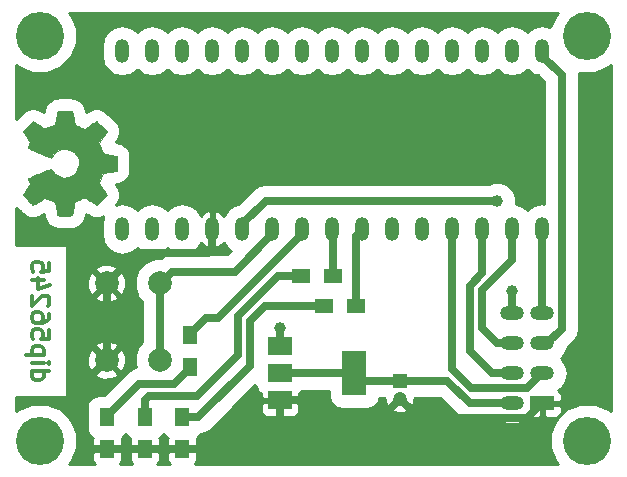
<source format=gbr>
G04 #@! TF.FileFunction,Copper,L2,Bot,Signal*
%FSLAX46Y46*%
G04 Gerber Fmt 4.6, Leading zero omitted, Abs format (unit mm)*
G04 Created by KiCad (PCBNEW 4.0.6-e0-6349~52~ubuntu16.10.1) date Mon Nov  6 09:48:41 2017*
%MOMM*%
%LPD*%
G01*
G04 APERTURE LIST*
%ADD10C,0.100000*%
%ADD11C,0.300000*%
%ADD12C,0.010000*%
%ADD13C,4.064000*%
%ADD14R,1.200000X1.200000*%
%ADD15C,1.200000*%
%ADD16C,2.000000*%
%ADD17R,2.000000X3.800000*%
%ADD18R,2.000000X1.500000*%
%ADD19O,2.000000X1.200000*%
%ADD20R,2.000000X1.200000*%
%ADD21O,1.200000X2.000000*%
%ADD22R,1.500000X1.300000*%
%ADD23R,1.300000X1.500000*%
%ADD24C,1.000000*%
%ADD25C,0.700000*%
%ADD26C,0.254000*%
G04 APERTURE END LIST*
D10*
D11*
X118701429Y-107155713D02*
X120201429Y-107155713D01*
X118772857Y-107155713D02*
X118701429Y-107298570D01*
X118701429Y-107584284D01*
X118772857Y-107727142D01*
X118844286Y-107798570D01*
X118987143Y-107869999D01*
X119415714Y-107869999D01*
X119558571Y-107798570D01*
X119630000Y-107727142D01*
X119701429Y-107584284D01*
X119701429Y-107298570D01*
X119630000Y-107155713D01*
X118701429Y-106441427D02*
X119701429Y-106441427D01*
X120201429Y-106441427D02*
X120130000Y-106512856D01*
X120058571Y-106441427D01*
X120130000Y-106369999D01*
X120201429Y-106441427D01*
X120058571Y-106441427D01*
X119701429Y-105727141D02*
X118201429Y-105727141D01*
X119630000Y-105727141D02*
X119701429Y-105584284D01*
X119701429Y-105298570D01*
X119630000Y-105155713D01*
X119558571Y-105084284D01*
X119415714Y-105012855D01*
X118987143Y-105012855D01*
X118844286Y-105084284D01*
X118772857Y-105155713D01*
X118701429Y-105298570D01*
X118701429Y-105584284D01*
X118772857Y-105727141D01*
X120201429Y-103655712D02*
X120201429Y-104369998D01*
X119487143Y-104441427D01*
X119558571Y-104369998D01*
X119630000Y-104227141D01*
X119630000Y-103869998D01*
X119558571Y-103727141D01*
X119487143Y-103655712D01*
X119344286Y-103584284D01*
X118987143Y-103584284D01*
X118844286Y-103655712D01*
X118772857Y-103727141D01*
X118701429Y-103869998D01*
X118701429Y-104227141D01*
X118772857Y-104369998D01*
X118844286Y-104441427D01*
X120201429Y-102298570D02*
X120201429Y-102584284D01*
X120130000Y-102727141D01*
X120058571Y-102798570D01*
X119844286Y-102941427D01*
X119558571Y-103012856D01*
X118987143Y-103012856D01*
X118844286Y-102941427D01*
X118772857Y-102869999D01*
X118701429Y-102727141D01*
X118701429Y-102441427D01*
X118772857Y-102298570D01*
X118844286Y-102227141D01*
X118987143Y-102155713D01*
X119344286Y-102155713D01*
X119487143Y-102227141D01*
X119558571Y-102298570D01*
X119630000Y-102441427D01*
X119630000Y-102727141D01*
X119558571Y-102869999D01*
X119487143Y-102941427D01*
X119344286Y-103012856D01*
X120058571Y-101584285D02*
X120130000Y-101512856D01*
X120201429Y-101369999D01*
X120201429Y-101012856D01*
X120130000Y-100869999D01*
X120058571Y-100798570D01*
X119915714Y-100727142D01*
X119772857Y-100727142D01*
X119558571Y-100798570D01*
X118701429Y-101655713D01*
X118701429Y-100727142D01*
X119701429Y-99441428D02*
X118701429Y-99441428D01*
X120272857Y-99798571D02*
X119201429Y-100155714D01*
X119201429Y-99227142D01*
X120201429Y-97941428D02*
X120201429Y-98655714D01*
X119487143Y-98727143D01*
X119558571Y-98655714D01*
X119630000Y-98512857D01*
X119630000Y-98155714D01*
X119558571Y-98012857D01*
X119487143Y-97941428D01*
X119344286Y-97870000D01*
X118987143Y-97870000D01*
X118844286Y-97941428D01*
X118772857Y-98012857D01*
X118701429Y-98155714D01*
X118701429Y-98512857D01*
X118772857Y-98655714D01*
X118844286Y-98727143D01*
D12*
G36*
X125319573Y-88788464D02*
X124722382Y-88675882D01*
X124551135Y-88260469D01*
X124379888Y-87845055D01*
X124718767Y-87346698D01*
X124813123Y-87207131D01*
X124897370Y-87080971D01*
X124967662Y-86974104D01*
X125020153Y-86892417D01*
X125050996Y-86841798D01*
X125057647Y-86828013D01*
X125040542Y-86803179D01*
X124993256Y-86750111D01*
X124921828Y-86674759D01*
X124832300Y-86583070D01*
X124730711Y-86480992D01*
X124623102Y-86374473D01*
X124515513Y-86269463D01*
X124413985Y-86171908D01*
X124324559Y-86087757D01*
X124253274Y-86022959D01*
X124206172Y-85983462D01*
X124190408Y-85974019D01*
X124161347Y-85987608D01*
X124097679Y-86025706D01*
X124005633Y-86084306D01*
X123891436Y-86159402D01*
X123761316Y-86246991D01*
X123687099Y-86297745D01*
X123551578Y-86390254D01*
X123429284Y-86472459D01*
X123326305Y-86540369D01*
X123248727Y-86589999D01*
X123202639Y-86617359D01*
X123192953Y-86621470D01*
X123165426Y-86612150D01*
X123101272Y-86586745D01*
X123009510Y-86549088D01*
X122899161Y-86503013D01*
X122779245Y-86452353D01*
X122658781Y-86400940D01*
X122546791Y-86352610D01*
X122452293Y-86311193D01*
X122384308Y-86280525D01*
X122351857Y-86264438D01*
X122350580Y-86263488D01*
X122344383Y-86238227D01*
X122330560Y-86170954D01*
X122310468Y-86068639D01*
X122285466Y-85938258D01*
X122256914Y-85786783D01*
X122240449Y-85698406D01*
X122209631Y-85536547D01*
X122180306Y-85390350D01*
X122154079Y-85267212D01*
X122132554Y-85174530D01*
X122117335Y-85119698D01*
X122112507Y-85108676D01*
X122079826Y-85097881D01*
X122006015Y-85089170D01*
X121899708Y-85082539D01*
X121769533Y-85077981D01*
X121624124Y-85075490D01*
X121472110Y-85075061D01*
X121322123Y-85076688D01*
X121182794Y-85080364D01*
X121062755Y-85086084D01*
X120970635Y-85093842D01*
X120915068Y-85103631D01*
X120903500Y-85109503D01*
X120889635Y-85144600D01*
X120869812Y-85218971D01*
X120846361Y-85322776D01*
X120821609Y-85446180D01*
X120813602Y-85489258D01*
X120775559Y-85696952D01*
X120744921Y-85861015D01*
X120720471Y-85986869D01*
X120700991Y-86079934D01*
X120685264Y-86145632D01*
X120672072Y-86189382D01*
X120660196Y-86216607D01*
X120648420Y-86232727D01*
X120646092Y-86234982D01*
X120608600Y-86257496D01*
X120535635Y-86291841D01*
X120436133Y-86334588D01*
X120319027Y-86382307D01*
X120193252Y-86431569D01*
X120067743Y-86478944D01*
X119951435Y-86521004D01*
X119853261Y-86554319D01*
X119782157Y-86575458D01*
X119747058Y-86580994D01*
X119745828Y-86580533D01*
X119717139Y-86561776D01*
X119654015Y-86519223D01*
X119563027Y-86457346D01*
X119450745Y-86380617D01*
X119323740Y-86293508D01*
X119287647Y-86268701D01*
X119156797Y-86180247D01*
X119037409Y-86102411D01*
X118936338Y-86039433D01*
X118860441Y-85995554D01*
X118816573Y-85975014D01*
X118811183Y-85974019D01*
X118782856Y-85991277D01*
X118726739Y-86038964D01*
X118648863Y-86110949D01*
X118555260Y-86201102D01*
X118451959Y-86303294D01*
X118344994Y-86411394D01*
X118240394Y-86519271D01*
X118144191Y-86620795D01*
X118062416Y-86709837D01*
X118001100Y-86780266D01*
X117966274Y-86825952D01*
X117960588Y-86838590D01*
X117973980Y-86868008D01*
X118010101Y-86928238D01*
X118062864Y-87009470D01*
X118105333Y-87071969D01*
X118183260Y-87185214D01*
X118275016Y-87319325D01*
X118366625Y-87453844D01*
X118415654Y-87526166D01*
X118581230Y-87770961D01*
X118470125Y-87976449D01*
X118421452Y-88070063D01*
X118383619Y-88149669D01*
X118362042Y-88203532D01*
X118359039Y-88217242D01*
X118381207Y-88233729D01*
X118443851Y-88266254D01*
X118541191Y-88312391D01*
X118667451Y-88369709D01*
X118816850Y-88435783D01*
X118983612Y-88508184D01*
X119161958Y-88584483D01*
X119346109Y-88662253D01*
X119530288Y-88739065D01*
X119708715Y-88812493D01*
X119875613Y-88880107D01*
X120025203Y-88939479D01*
X120151707Y-88988183D01*
X120249346Y-89023789D01*
X120312343Y-89043869D01*
X120333979Y-89047099D01*
X120361576Y-89021503D01*
X120406375Y-88965461D01*
X120459066Y-88890688D01*
X120463235Y-88884412D01*
X120617931Y-88691154D01*
X120798409Y-88535325D01*
X120998898Y-88418275D01*
X121213626Y-88341354D01*
X121436823Y-88305913D01*
X121662719Y-88313302D01*
X121885541Y-88364872D01*
X122099521Y-88461973D01*
X122146336Y-88490541D01*
X122335382Y-88639131D01*
X122487188Y-88814672D01*
X122600966Y-89011089D01*
X122675925Y-89222306D01*
X122711278Y-89442246D01*
X122706233Y-89664836D01*
X122660001Y-89883998D01*
X122571794Y-90093657D01*
X122440821Y-90287738D01*
X122387663Y-90347773D01*
X122221261Y-90500564D01*
X122046088Y-90611902D01*
X121849734Y-90688276D01*
X121655283Y-90730812D01*
X121436658Y-90741313D01*
X121216948Y-90706299D01*
X121003580Y-90629326D01*
X120803978Y-90513952D01*
X120625571Y-90363734D01*
X120475783Y-90182226D01*
X120459994Y-90158372D01*
X120408288Y-90082798D01*
X120363488Y-90025348D01*
X120334883Y-89997882D01*
X120333979Y-89997482D01*
X120303036Y-90003379D01*
X120232809Y-90026754D01*
X120129075Y-90065178D01*
X119997610Y-90116222D01*
X119844193Y-90177457D01*
X119674599Y-90246455D01*
X119494607Y-90320786D01*
X119309992Y-90398021D01*
X119126532Y-90475731D01*
X118950004Y-90551488D01*
X118786186Y-90622862D01*
X118640853Y-90687425D01*
X118519783Y-90742747D01*
X118428753Y-90786399D01*
X118373540Y-90815953D01*
X118359039Y-90827855D01*
X118370331Y-90864222D01*
X118400615Y-90932269D01*
X118444480Y-91020263D01*
X118470125Y-91068649D01*
X118581230Y-91274136D01*
X118415654Y-91518931D01*
X118330830Y-91643893D01*
X118237484Y-91780704D01*
X118149592Y-91908911D01*
X118105333Y-91973128D01*
X118044682Y-92063448D01*
X117996619Y-92139928D01*
X117967230Y-92192592D01*
X117961018Y-92209697D01*
X117977777Y-92234594D01*
X118024564Y-92289694D01*
X118096520Y-92369656D01*
X118188788Y-92469139D01*
X118296510Y-92582799D01*
X118365674Y-92654684D01*
X118489243Y-92780448D01*
X118599766Y-92889136D01*
X118692515Y-92976354D01*
X118762763Y-93037710D01*
X118805780Y-93068808D01*
X118814510Y-93071791D01*
X118847716Y-93057946D01*
X118914858Y-93019687D01*
X119009137Y-92961258D01*
X119123755Y-92886902D01*
X119251917Y-92800864D01*
X119287647Y-92776397D01*
X119417511Y-92687245D01*
X119534431Y-92607261D01*
X119631838Y-92540919D01*
X119703161Y-92492688D01*
X119741830Y-92467042D01*
X119745828Y-92464564D01*
X119776645Y-92468270D01*
X119844401Y-92487938D01*
X119940161Y-92520139D01*
X120054991Y-92561444D01*
X120179956Y-92608424D01*
X120306121Y-92657650D01*
X120424552Y-92705691D01*
X120526315Y-92749118D01*
X120602474Y-92784503D01*
X120644096Y-92808415D01*
X120646092Y-92810115D01*
X120657987Y-92824737D01*
X120669750Y-92849434D01*
X120682599Y-92889627D01*
X120697751Y-92950736D01*
X120716424Y-93038182D01*
X120739835Y-93157387D01*
X120769203Y-93313772D01*
X120805745Y-93512756D01*
X120813602Y-93555839D01*
X120838273Y-93683529D01*
X120862407Y-93794846D01*
X120883676Y-93879954D01*
X120899752Y-93929016D01*
X120903500Y-93935594D01*
X120936727Y-93946435D01*
X121010979Y-93955246D01*
X121117624Y-93962023D01*
X121248033Y-93966759D01*
X121393573Y-93969449D01*
X121545614Y-93970086D01*
X121695524Y-93968665D01*
X121834672Y-93965179D01*
X121954428Y-93959623D01*
X122046159Y-93951991D01*
X122101234Y-93942277D01*
X122112507Y-93936421D01*
X122123877Y-93903819D01*
X122142376Y-93829581D01*
X122166398Y-93721103D01*
X122194338Y-93585782D01*
X122224592Y-93431014D01*
X122240449Y-93346692D01*
X122270356Y-93186703D01*
X122297450Y-93044032D01*
X122320369Y-92925651D01*
X122337757Y-92838534D01*
X122348253Y-92789654D01*
X122350580Y-92781609D01*
X122376814Y-92768012D01*
X122440005Y-92739270D01*
X122531123Y-92699214D01*
X122641143Y-92651675D01*
X122761035Y-92600484D01*
X122881773Y-92549473D01*
X122994329Y-92502473D01*
X123089674Y-92463315D01*
X123158783Y-92435830D01*
X123192626Y-92423850D01*
X123194105Y-92423627D01*
X123220803Y-92437208D01*
X123282240Y-92475284D01*
X123372311Y-92533852D01*
X123484910Y-92608911D01*
X123613930Y-92696459D01*
X123688039Y-92747352D01*
X123823923Y-92840090D01*
X123947291Y-92922458D01*
X124051903Y-92990438D01*
X124131517Y-93040011D01*
X124179893Y-93067157D01*
X124190738Y-93071078D01*
X124215980Y-93054224D01*
X124269876Y-93007631D01*
X124346387Y-92937251D01*
X124439477Y-92849034D01*
X124543105Y-92748934D01*
X124651236Y-92642901D01*
X124757830Y-92536888D01*
X124856850Y-92436847D01*
X124942258Y-92348729D01*
X125008015Y-92278486D01*
X125048084Y-92232071D01*
X125057647Y-92216543D01*
X125044200Y-92191260D01*
X125006425Y-92130788D01*
X124948165Y-92041007D01*
X124873266Y-91927796D01*
X124785575Y-91797036D01*
X124718767Y-91698400D01*
X124379888Y-91200042D01*
X124551135Y-90784629D01*
X124722382Y-90369215D01*
X125319573Y-90256633D01*
X125916765Y-90144050D01*
X125916765Y-88901047D01*
X125319573Y-88788464D01*
X125319573Y-88788464D01*
G37*
X125319573Y-88788464D02*
X124722382Y-88675882D01*
X124551135Y-88260469D01*
X124379888Y-87845055D01*
X124718767Y-87346698D01*
X124813123Y-87207131D01*
X124897370Y-87080971D01*
X124967662Y-86974104D01*
X125020153Y-86892417D01*
X125050996Y-86841798D01*
X125057647Y-86828013D01*
X125040542Y-86803179D01*
X124993256Y-86750111D01*
X124921828Y-86674759D01*
X124832300Y-86583070D01*
X124730711Y-86480992D01*
X124623102Y-86374473D01*
X124515513Y-86269463D01*
X124413985Y-86171908D01*
X124324559Y-86087757D01*
X124253274Y-86022959D01*
X124206172Y-85983462D01*
X124190408Y-85974019D01*
X124161347Y-85987608D01*
X124097679Y-86025706D01*
X124005633Y-86084306D01*
X123891436Y-86159402D01*
X123761316Y-86246991D01*
X123687099Y-86297745D01*
X123551578Y-86390254D01*
X123429284Y-86472459D01*
X123326305Y-86540369D01*
X123248727Y-86589999D01*
X123202639Y-86617359D01*
X123192953Y-86621470D01*
X123165426Y-86612150D01*
X123101272Y-86586745D01*
X123009510Y-86549088D01*
X122899161Y-86503013D01*
X122779245Y-86452353D01*
X122658781Y-86400940D01*
X122546791Y-86352610D01*
X122452293Y-86311193D01*
X122384308Y-86280525D01*
X122351857Y-86264438D01*
X122350580Y-86263488D01*
X122344383Y-86238227D01*
X122330560Y-86170954D01*
X122310468Y-86068639D01*
X122285466Y-85938258D01*
X122256914Y-85786783D01*
X122240449Y-85698406D01*
X122209631Y-85536547D01*
X122180306Y-85390350D01*
X122154079Y-85267212D01*
X122132554Y-85174530D01*
X122117335Y-85119698D01*
X122112507Y-85108676D01*
X122079826Y-85097881D01*
X122006015Y-85089170D01*
X121899708Y-85082539D01*
X121769533Y-85077981D01*
X121624124Y-85075490D01*
X121472110Y-85075061D01*
X121322123Y-85076688D01*
X121182794Y-85080364D01*
X121062755Y-85086084D01*
X120970635Y-85093842D01*
X120915068Y-85103631D01*
X120903500Y-85109503D01*
X120889635Y-85144600D01*
X120869812Y-85218971D01*
X120846361Y-85322776D01*
X120821609Y-85446180D01*
X120813602Y-85489258D01*
X120775559Y-85696952D01*
X120744921Y-85861015D01*
X120720471Y-85986869D01*
X120700991Y-86079934D01*
X120685264Y-86145632D01*
X120672072Y-86189382D01*
X120660196Y-86216607D01*
X120648420Y-86232727D01*
X120646092Y-86234982D01*
X120608600Y-86257496D01*
X120535635Y-86291841D01*
X120436133Y-86334588D01*
X120319027Y-86382307D01*
X120193252Y-86431569D01*
X120067743Y-86478944D01*
X119951435Y-86521004D01*
X119853261Y-86554319D01*
X119782157Y-86575458D01*
X119747058Y-86580994D01*
X119745828Y-86580533D01*
X119717139Y-86561776D01*
X119654015Y-86519223D01*
X119563027Y-86457346D01*
X119450745Y-86380617D01*
X119323740Y-86293508D01*
X119287647Y-86268701D01*
X119156797Y-86180247D01*
X119037409Y-86102411D01*
X118936338Y-86039433D01*
X118860441Y-85995554D01*
X118816573Y-85975014D01*
X118811183Y-85974019D01*
X118782856Y-85991277D01*
X118726739Y-86038964D01*
X118648863Y-86110949D01*
X118555260Y-86201102D01*
X118451959Y-86303294D01*
X118344994Y-86411394D01*
X118240394Y-86519271D01*
X118144191Y-86620795D01*
X118062416Y-86709837D01*
X118001100Y-86780266D01*
X117966274Y-86825952D01*
X117960588Y-86838590D01*
X117973980Y-86868008D01*
X118010101Y-86928238D01*
X118062864Y-87009470D01*
X118105333Y-87071969D01*
X118183260Y-87185214D01*
X118275016Y-87319325D01*
X118366625Y-87453844D01*
X118415654Y-87526166D01*
X118581230Y-87770961D01*
X118470125Y-87976449D01*
X118421452Y-88070063D01*
X118383619Y-88149669D01*
X118362042Y-88203532D01*
X118359039Y-88217242D01*
X118381207Y-88233729D01*
X118443851Y-88266254D01*
X118541191Y-88312391D01*
X118667451Y-88369709D01*
X118816850Y-88435783D01*
X118983612Y-88508184D01*
X119161958Y-88584483D01*
X119346109Y-88662253D01*
X119530288Y-88739065D01*
X119708715Y-88812493D01*
X119875613Y-88880107D01*
X120025203Y-88939479D01*
X120151707Y-88988183D01*
X120249346Y-89023789D01*
X120312343Y-89043869D01*
X120333979Y-89047099D01*
X120361576Y-89021503D01*
X120406375Y-88965461D01*
X120459066Y-88890688D01*
X120463235Y-88884412D01*
X120617931Y-88691154D01*
X120798409Y-88535325D01*
X120998898Y-88418275D01*
X121213626Y-88341354D01*
X121436823Y-88305913D01*
X121662719Y-88313302D01*
X121885541Y-88364872D01*
X122099521Y-88461973D01*
X122146336Y-88490541D01*
X122335382Y-88639131D01*
X122487188Y-88814672D01*
X122600966Y-89011089D01*
X122675925Y-89222306D01*
X122711278Y-89442246D01*
X122706233Y-89664836D01*
X122660001Y-89883998D01*
X122571794Y-90093657D01*
X122440821Y-90287738D01*
X122387663Y-90347773D01*
X122221261Y-90500564D01*
X122046088Y-90611902D01*
X121849734Y-90688276D01*
X121655283Y-90730812D01*
X121436658Y-90741313D01*
X121216948Y-90706299D01*
X121003580Y-90629326D01*
X120803978Y-90513952D01*
X120625571Y-90363734D01*
X120475783Y-90182226D01*
X120459994Y-90158372D01*
X120408288Y-90082798D01*
X120363488Y-90025348D01*
X120334883Y-89997882D01*
X120333979Y-89997482D01*
X120303036Y-90003379D01*
X120232809Y-90026754D01*
X120129075Y-90065178D01*
X119997610Y-90116222D01*
X119844193Y-90177457D01*
X119674599Y-90246455D01*
X119494607Y-90320786D01*
X119309992Y-90398021D01*
X119126532Y-90475731D01*
X118950004Y-90551488D01*
X118786186Y-90622862D01*
X118640853Y-90687425D01*
X118519783Y-90742747D01*
X118428753Y-90786399D01*
X118373540Y-90815953D01*
X118359039Y-90827855D01*
X118370331Y-90864222D01*
X118400615Y-90932269D01*
X118444480Y-91020263D01*
X118470125Y-91068649D01*
X118581230Y-91274136D01*
X118415654Y-91518931D01*
X118330830Y-91643893D01*
X118237484Y-91780704D01*
X118149592Y-91908911D01*
X118105333Y-91973128D01*
X118044682Y-92063448D01*
X117996619Y-92139928D01*
X117967230Y-92192592D01*
X117961018Y-92209697D01*
X117977777Y-92234594D01*
X118024564Y-92289694D01*
X118096520Y-92369656D01*
X118188788Y-92469139D01*
X118296510Y-92582799D01*
X118365674Y-92654684D01*
X118489243Y-92780448D01*
X118599766Y-92889136D01*
X118692515Y-92976354D01*
X118762763Y-93037710D01*
X118805780Y-93068808D01*
X118814510Y-93071791D01*
X118847716Y-93057946D01*
X118914858Y-93019687D01*
X119009137Y-92961258D01*
X119123755Y-92886902D01*
X119251917Y-92800864D01*
X119287647Y-92776397D01*
X119417511Y-92687245D01*
X119534431Y-92607261D01*
X119631838Y-92540919D01*
X119703161Y-92492688D01*
X119741830Y-92467042D01*
X119745828Y-92464564D01*
X119776645Y-92468270D01*
X119844401Y-92487938D01*
X119940161Y-92520139D01*
X120054991Y-92561444D01*
X120179956Y-92608424D01*
X120306121Y-92657650D01*
X120424552Y-92705691D01*
X120526315Y-92749118D01*
X120602474Y-92784503D01*
X120644096Y-92808415D01*
X120646092Y-92810115D01*
X120657987Y-92824737D01*
X120669750Y-92849434D01*
X120682599Y-92889627D01*
X120697751Y-92950736D01*
X120716424Y-93038182D01*
X120739835Y-93157387D01*
X120769203Y-93313772D01*
X120805745Y-93512756D01*
X120813602Y-93555839D01*
X120838273Y-93683529D01*
X120862407Y-93794846D01*
X120883676Y-93879954D01*
X120899752Y-93929016D01*
X120903500Y-93935594D01*
X120936727Y-93946435D01*
X121010979Y-93955246D01*
X121117624Y-93962023D01*
X121248033Y-93966759D01*
X121393573Y-93969449D01*
X121545614Y-93970086D01*
X121695524Y-93968665D01*
X121834672Y-93965179D01*
X121954428Y-93959623D01*
X122046159Y-93951991D01*
X122101234Y-93942277D01*
X122112507Y-93936421D01*
X122123877Y-93903819D01*
X122142376Y-93829581D01*
X122166398Y-93721103D01*
X122194338Y-93585782D01*
X122224592Y-93431014D01*
X122240449Y-93346692D01*
X122270356Y-93186703D01*
X122297450Y-93044032D01*
X122320369Y-92925651D01*
X122337757Y-92838534D01*
X122348253Y-92789654D01*
X122350580Y-92781609D01*
X122376814Y-92768012D01*
X122440005Y-92739270D01*
X122531123Y-92699214D01*
X122641143Y-92651675D01*
X122761035Y-92600484D01*
X122881773Y-92549473D01*
X122994329Y-92502473D01*
X123089674Y-92463315D01*
X123158783Y-92435830D01*
X123192626Y-92423850D01*
X123194105Y-92423627D01*
X123220803Y-92437208D01*
X123282240Y-92475284D01*
X123372311Y-92533852D01*
X123484910Y-92608911D01*
X123613930Y-92696459D01*
X123688039Y-92747352D01*
X123823923Y-92840090D01*
X123947291Y-92922458D01*
X124051903Y-92990438D01*
X124131517Y-93040011D01*
X124179893Y-93067157D01*
X124190738Y-93071078D01*
X124215980Y-93054224D01*
X124269876Y-93007631D01*
X124346387Y-92937251D01*
X124439477Y-92849034D01*
X124543105Y-92748934D01*
X124651236Y-92642901D01*
X124757830Y-92536888D01*
X124856850Y-92436847D01*
X124942258Y-92348729D01*
X125008015Y-92278486D01*
X125048084Y-92232071D01*
X125057647Y-92216543D01*
X125044200Y-92191260D01*
X125006425Y-92130788D01*
X124948165Y-92041007D01*
X124873266Y-91927796D01*
X124785575Y-91797036D01*
X124718767Y-91698400D01*
X124379888Y-91200042D01*
X124551135Y-90784629D01*
X124722382Y-90369215D01*
X125319573Y-90256633D01*
X125916765Y-90144050D01*
X125916765Y-88901047D01*
X125319573Y-88788464D01*
D13*
X119380000Y-113030000D03*
X119380000Y-78740000D03*
X165735000Y-113030000D03*
D14*
X149860000Y-107950000D03*
D15*
X149860000Y-109450000D03*
D16*
X125040000Y-99695000D03*
X129540000Y-99695000D03*
X125040000Y-106195000D03*
X129540000Y-106195000D03*
D17*
X146025000Y-107315000D03*
D18*
X139725000Y-107315000D03*
X139725000Y-105015000D03*
X139725000Y-109615000D03*
D19*
X159385000Y-109855000D03*
D20*
X161925000Y-109855000D03*
D19*
X159385000Y-107315000D03*
X161925000Y-107315000D03*
X159385000Y-104775000D03*
X161925000Y-104775000D03*
X159385000Y-102235000D03*
X161925000Y-102235000D03*
D21*
X126365000Y-80010000D03*
X126365000Y-95100000D03*
X128905000Y-80010000D03*
X128905000Y-95100000D03*
X131445000Y-80010000D03*
X131445000Y-95100000D03*
X133985000Y-80010000D03*
X133985000Y-95100000D03*
X136525000Y-80010000D03*
X136525000Y-95100000D03*
X139065000Y-80010000D03*
X139065000Y-95100000D03*
X141605000Y-80010000D03*
X141605000Y-95100000D03*
X144145000Y-80010000D03*
X144145000Y-95100000D03*
X146685000Y-80010000D03*
X146685000Y-95100000D03*
X149225000Y-80010000D03*
X149225000Y-95100000D03*
X151765000Y-80010000D03*
X151765000Y-95100000D03*
X154305000Y-80010000D03*
X154305000Y-95100000D03*
X156845000Y-80010000D03*
X156845000Y-95100000D03*
X159385000Y-80010000D03*
X159385000Y-95100000D03*
X161925000Y-80010000D03*
X161925000Y-95100000D03*
D22*
X144225000Y-99060000D03*
X141525000Y-99060000D03*
D23*
X132080000Y-104060000D03*
X132080000Y-106760000D03*
D22*
X146130000Y-101600000D03*
X143430000Y-101600000D03*
D13*
X165735000Y-78740000D03*
D23*
X128270000Y-113745000D03*
X128270000Y-111045000D03*
X125095000Y-113745000D03*
X125095000Y-111045000D03*
X131445000Y-113745000D03*
X131445000Y-111045000D03*
D24*
X139700000Y-103505000D03*
X158095010Y-92729990D03*
X159385000Y-100330000D03*
D25*
X123190000Y-113030000D02*
X123190000Y-108045000D01*
X123190000Y-108045000D02*
X125040000Y-106195000D01*
X123905000Y-113745000D02*
X123190000Y-113030000D01*
X125095000Y-113745000D02*
X123905000Y-113745000D01*
X128270000Y-113745000D02*
X125095000Y-113745000D01*
X131445000Y-113745000D02*
X128270000Y-113745000D01*
X139725000Y-111065000D02*
X137045000Y-113745000D01*
X137045000Y-113745000D02*
X131445000Y-113745000D01*
X125040000Y-99695000D02*
X125040000Y-106195000D01*
X133630000Y-97155000D02*
X127580000Y-97155000D01*
X127580000Y-97155000D02*
X125040000Y-99695000D01*
X133985000Y-95100000D02*
X133985000Y-96800000D01*
X133985000Y-96800000D02*
X133630000Y-97155000D01*
X139725000Y-111065000D02*
X139725000Y-109615000D01*
X139430000Y-109910000D02*
X139725000Y-109615000D01*
X149860000Y-109450000D02*
X151535000Y-111125000D01*
X151535000Y-111125000D02*
X160655000Y-111125000D01*
X160655000Y-111125000D02*
X161925000Y-109855000D01*
X149860000Y-109450000D02*
X147550000Y-111760000D01*
X147550000Y-111760000D02*
X143570000Y-111760000D01*
X143570000Y-111760000D02*
X141425000Y-109615000D01*
X141425000Y-109615000D02*
X139725000Y-109615000D01*
X139725000Y-105015000D02*
X139725000Y-103530000D01*
X139725000Y-103530000D02*
X139700000Y-103505000D01*
X133985000Y-80010000D02*
X133985000Y-80410000D01*
X129540000Y-99695000D02*
X129540000Y-106195000D01*
X129540000Y-99695000D02*
X130539999Y-98695001D01*
X130539999Y-98695001D02*
X135869999Y-98695001D01*
X139065000Y-95500000D02*
X139065000Y-95100000D01*
X135869999Y-98695001D02*
X139065000Y-95500000D01*
X132080000Y-104060000D02*
X132080000Y-103960000D01*
X132080000Y-103960000D02*
X133430000Y-102610000D01*
X133430000Y-102610000D02*
X134495000Y-102610000D01*
X134495000Y-102610000D02*
X141605000Y-95500000D01*
X141605000Y-95500000D02*
X141605000Y-95100000D01*
X144225000Y-99060000D02*
X144225000Y-95180000D01*
X144225000Y-95180000D02*
X144145000Y-95100000D01*
X144145000Y-95500000D02*
X144145000Y-95100000D01*
X146130000Y-101600000D02*
X146130000Y-95655000D01*
X146130000Y-95655000D02*
X146685000Y-95100000D01*
X146685000Y-95500000D02*
X146685000Y-95100000D01*
X139725000Y-107315000D02*
X146025000Y-107315000D01*
X149860000Y-107950000D02*
X153897993Y-107950000D01*
X155802993Y-109855000D02*
X157685000Y-109855000D01*
X153897993Y-107950000D02*
X155802993Y-109855000D01*
X157685000Y-109855000D02*
X159385000Y-109855000D01*
X149860000Y-107950000D02*
X146660000Y-107950000D01*
X146660000Y-107950000D02*
X146025000Y-107315000D01*
X158095010Y-92729990D02*
X138495010Y-92729990D01*
X138495010Y-92729990D02*
X136525000Y-94700000D01*
X136525000Y-94700000D02*
X136525000Y-95100000D01*
X159385000Y-102235000D02*
X159385000Y-100330000D01*
X154305000Y-95100000D02*
X154305000Y-106942781D01*
X154305000Y-106942781D02*
X155927229Y-108565010D01*
X155927229Y-108565010D02*
X160674990Y-108565010D01*
X160674990Y-108565010D02*
X161925000Y-107315000D01*
X155780000Y-99900000D02*
X156845000Y-98835000D01*
X156845000Y-98835000D02*
X156845000Y-95100000D01*
X155780000Y-105410000D02*
X155780000Y-99900000D01*
X159385000Y-107315000D02*
X157685000Y-107315000D01*
X157685000Y-107315000D02*
X155780000Y-105410000D01*
X159385000Y-104775000D02*
X158115000Y-104775000D01*
X158115000Y-104775000D02*
X156845000Y-103505000D01*
X156845000Y-103505000D02*
X156845000Y-100249226D01*
X156845000Y-100249226D02*
X159385000Y-97709226D01*
X159385000Y-97709226D02*
X159385000Y-96800000D01*
X159385000Y-96800000D02*
X159385000Y-95100000D01*
X161925000Y-104775000D02*
X162325000Y-104775000D01*
X162325000Y-104775000D02*
X163575010Y-103524990D01*
X163575010Y-103524990D02*
X163575010Y-82060010D01*
X163575010Y-82060010D02*
X161925000Y-80410000D01*
X161925000Y-80410000D02*
X161925000Y-80010000D01*
X161925000Y-95100000D02*
X161925000Y-102235000D01*
X128270000Y-111045000D02*
X128270000Y-109595000D01*
X128270000Y-109595000D02*
X128645000Y-109220000D01*
X128645000Y-109220000D02*
X132715000Y-109220000D01*
X140075000Y-99060000D02*
X141525000Y-99060000D01*
X132715000Y-109220000D02*
X136159990Y-105775010D01*
X136159990Y-105775010D02*
X136159990Y-102455783D01*
X136159990Y-102455783D02*
X139555773Y-99060000D01*
X139555773Y-99060000D02*
X140075000Y-99060000D01*
X132080000Y-106760000D02*
X132080000Y-106860000D01*
X132080000Y-106860000D02*
X130720010Y-108219990D01*
X130720010Y-108219990D02*
X127820010Y-108219990D01*
X127820010Y-108219990D02*
X125095000Y-110945000D01*
X125095000Y-110945000D02*
X125095000Y-111045000D01*
X137160000Y-102870000D02*
X138430000Y-101600000D01*
X138430000Y-101600000D02*
X143430000Y-101600000D01*
X137160000Y-106680000D02*
X137160000Y-102870000D01*
X131445000Y-111045000D02*
X132795000Y-111045000D01*
X132795000Y-111045000D02*
X137160000Y-106680000D01*
D26*
G36*
X167708000Y-110535043D02*
X167526766Y-110353492D01*
X166366121Y-109871550D01*
X165109393Y-109870453D01*
X163947908Y-110350369D01*
X163058492Y-111238234D01*
X162576550Y-112398879D01*
X162575453Y-113655607D01*
X163055369Y-114817092D01*
X163240953Y-115003000D01*
X132485026Y-115003000D01*
X132633327Y-114854698D01*
X132730000Y-114621309D01*
X132730000Y-114030750D01*
X132571250Y-113872000D01*
X131572000Y-113872000D01*
X131572000Y-113892000D01*
X131318000Y-113892000D01*
X131318000Y-113872000D01*
X130318750Y-113872000D01*
X130160000Y-114030750D01*
X130160000Y-114621309D01*
X130256673Y-114854698D01*
X130404974Y-115003000D01*
X129310026Y-115003000D01*
X129458327Y-114854698D01*
X129555000Y-114621309D01*
X129555000Y-114030750D01*
X129396250Y-113872000D01*
X128397000Y-113872000D01*
X128397000Y-113892000D01*
X128143000Y-113892000D01*
X128143000Y-113872000D01*
X127143750Y-113872000D01*
X126985000Y-114030750D01*
X126985000Y-114621309D01*
X127081673Y-114854698D01*
X127229974Y-115003000D01*
X126135026Y-115003000D01*
X126283327Y-114854698D01*
X126380000Y-114621309D01*
X126380000Y-114030750D01*
X126221250Y-113872000D01*
X125222000Y-113872000D01*
X125222000Y-113892000D01*
X124968000Y-113892000D01*
X124968000Y-113872000D01*
X123968750Y-113872000D01*
X123810000Y-114030750D01*
X123810000Y-114621309D01*
X123906673Y-114854698D01*
X124054974Y-115003000D01*
X121874957Y-115003000D01*
X122056508Y-114821766D01*
X122538450Y-113661121D01*
X122539547Y-112404393D01*
X122059631Y-111242908D01*
X121171766Y-110353492D01*
X120011121Y-109871550D01*
X118754393Y-109870453D01*
X117592908Y-110350369D01*
X117407000Y-110535953D01*
X117407000Y-109282714D01*
X121707000Y-109282714D01*
X121707000Y-107347532D01*
X124067073Y-107347532D01*
X124165736Y-107614387D01*
X124775461Y-107840908D01*
X125425460Y-107816856D01*
X125914264Y-107614387D01*
X126012927Y-107347532D01*
X125040000Y-106374605D01*
X124067073Y-107347532D01*
X121707000Y-107347532D01*
X121707000Y-105930461D01*
X123394092Y-105930461D01*
X123418144Y-106580460D01*
X123620613Y-107069264D01*
X123887468Y-107167927D01*
X124860395Y-106195000D01*
X125219605Y-106195000D01*
X126192532Y-107167927D01*
X126459387Y-107069264D01*
X126685908Y-106459539D01*
X126661856Y-105809540D01*
X126459387Y-105320736D01*
X126192532Y-105222073D01*
X125219605Y-106195000D01*
X124860395Y-106195000D01*
X123887468Y-105222073D01*
X123620613Y-105320736D01*
X123394092Y-105930461D01*
X121707000Y-105930461D01*
X121707000Y-105042468D01*
X124067073Y-105042468D01*
X125040000Y-106015395D01*
X126012927Y-105042468D01*
X125914264Y-104775613D01*
X125304539Y-104549092D01*
X124654540Y-104573144D01*
X124165736Y-104775613D01*
X124067073Y-105042468D01*
X121707000Y-105042468D01*
X121707000Y-100847532D01*
X124067073Y-100847532D01*
X124165736Y-101114387D01*
X124775461Y-101340908D01*
X125425460Y-101316856D01*
X125914264Y-101114387D01*
X126012927Y-100847532D01*
X125040000Y-99874605D01*
X124067073Y-100847532D01*
X121707000Y-100847532D01*
X121707000Y-99430461D01*
X123394092Y-99430461D01*
X123418144Y-100080460D01*
X123620613Y-100569264D01*
X123887468Y-100667927D01*
X124860395Y-99695000D01*
X125219605Y-99695000D01*
X126192532Y-100667927D01*
X126459387Y-100569264D01*
X126685908Y-99959539D01*
X126661856Y-99309540D01*
X126459387Y-98820736D01*
X126192532Y-98722073D01*
X125219605Y-99695000D01*
X124860395Y-99695000D01*
X123887468Y-98722073D01*
X123620613Y-98820736D01*
X123394092Y-99430461D01*
X121707000Y-99430461D01*
X121707000Y-98542468D01*
X124067073Y-98542468D01*
X125040000Y-99515395D01*
X126012927Y-98542468D01*
X125914264Y-98275613D01*
X125304539Y-98049092D01*
X124654540Y-98073144D01*
X124165736Y-98275613D01*
X124067073Y-98542468D01*
X121707000Y-98542468D01*
X121707000Y-96457287D01*
X117407000Y-96457287D01*
X117407000Y-93289861D01*
X117474891Y-93361494D01*
X117478433Y-93364001D01*
X117480775Y-93367656D01*
X117549939Y-93439541D01*
X117554901Y-93442997D01*
X117558214Y-93448051D01*
X117681783Y-93573816D01*
X117689961Y-93579385D01*
X117695526Y-93587565D01*
X117806049Y-93696253D01*
X117816812Y-93703315D01*
X117824288Y-93713792D01*
X117917037Y-93801010D01*
X117934956Y-93812202D01*
X117947851Y-93828938D01*
X118018099Y-93890294D01*
X118050414Y-93908865D01*
X118057693Y-93918390D01*
X118074564Y-93928176D01*
X118099565Y-93955093D01*
X118142582Y-93986192D01*
X118277543Y-94048022D01*
X118383747Y-94118628D01*
X118412732Y-94124323D01*
X118439759Y-94140000D01*
X118448489Y-94142983D01*
X118499795Y-94149842D01*
X118544133Y-94170155D01*
X118669537Y-94174784D01*
X118817144Y-94203788D01*
X118851520Y-94196867D01*
X118886278Y-94201514D01*
X118948150Y-94185069D01*
X118985517Y-94186448D01*
X119082759Y-94150311D01*
X119250140Y-94116612D01*
X119283347Y-94102767D01*
X119300088Y-94091525D01*
X119313142Y-94088055D01*
X119347771Y-94061594D01*
X119408154Y-94041477D01*
X119475295Y-94003218D01*
X119491318Y-93989326D01*
X119511177Y-93981886D01*
X119605456Y-93923457D01*
X119614157Y-93915333D01*
X119625215Y-93910927D01*
X119717683Y-93850940D01*
X119726828Y-93898272D01*
X119731751Y-93910345D01*
X119731975Y-93923379D01*
X119756109Y-94034696D01*
X119763305Y-94051259D01*
X119764181Y-94069299D01*
X119785450Y-94154407D01*
X119803016Y-94191600D01*
X119807952Y-94232433D01*
X119824028Y-94281496D01*
X119870687Y-94364330D01*
X119894253Y-94448279D01*
X119908556Y-94466468D01*
X119916202Y-94489421D01*
X119919950Y-94495999D01*
X119991057Y-94578019D01*
X120040800Y-94666327D01*
X120105814Y-94717319D01*
X120167273Y-94795475D01*
X120191256Y-94808945D01*
X120209276Y-94829730D01*
X120319335Y-94884787D01*
X120388341Y-94938909D01*
X120456625Y-94957984D01*
X120552378Y-95011762D01*
X120585605Y-95022603D01*
X120597732Y-95024053D01*
X120604292Y-95027335D01*
X120655960Y-95031017D01*
X120696823Y-95035905D01*
X120803336Y-95070548D01*
X120877588Y-95079359D01*
X120908866Y-95076907D01*
X120939188Y-95084967D01*
X121045833Y-95091744D01*
X121061329Y-95089673D01*
X121076541Y-95093277D01*
X121206950Y-95098013D01*
X121217083Y-95096377D01*
X121227114Y-95098566D01*
X121372654Y-95101256D01*
X121380760Y-95099799D01*
X121388830Y-95101439D01*
X121540871Y-95102076D01*
X121548604Y-95100572D01*
X121556344Y-95102035D01*
X121706254Y-95100614D01*
X121715034Y-95098781D01*
X121723874Y-95100310D01*
X121863023Y-95096824D01*
X121874997Y-95094129D01*
X121887134Y-95095963D01*
X122006890Y-95090407D01*
X122027348Y-95085342D01*
X122048286Y-95087725D01*
X122140017Y-95080093D01*
X122181655Y-95068149D01*
X122198921Y-95070055D01*
X122212452Y-95066124D01*
X122242784Y-95066784D01*
X122297858Y-95057070D01*
X122458030Y-94994774D01*
X122488654Y-94985876D01*
X122604721Y-94955808D01*
X122612601Y-94949865D01*
X122623067Y-94946824D01*
X122634340Y-94940968D01*
X122670163Y-94912268D01*
X122709504Y-94896967D01*
X122808854Y-94801850D01*
X122957356Y-94689850D01*
X122965897Y-94675336D01*
X122979042Y-94664805D01*
X123009089Y-94610148D01*
X123028546Y-94591520D01*
X123048659Y-94545803D01*
X123073940Y-94492181D01*
X123077610Y-94485505D01*
X123181370Y-94309189D01*
X123192740Y-94276587D01*
X123199994Y-94224815D01*
X123222289Y-94177527D01*
X123240788Y-94103289D01*
X123241512Y-94088175D01*
X123247601Y-94074328D01*
X123271623Y-93965850D01*
X123271801Y-93957601D01*
X123275014Y-93950001D01*
X123295932Y-93848691D01*
X123318722Y-93863907D01*
X123325347Y-93866648D01*
X123330478Y-93871650D01*
X123435090Y-93939630D01*
X123445433Y-93943760D01*
X123453557Y-93951378D01*
X123533171Y-94000951D01*
X123557665Y-94010187D01*
X123577557Y-94027205D01*
X123625933Y-94054351D01*
X123714901Y-94083342D01*
X123795003Y-94131715D01*
X123805848Y-94135636D01*
X123890467Y-94148475D01*
X123969526Y-94181253D01*
X124015415Y-94181268D01*
X124045884Y-94191197D01*
X124129262Y-94184706D01*
X124242535Y-94201893D01*
X124325626Y-94181372D01*
X124411210Y-94181401D01*
X124466697Y-94158439D01*
X124486236Y-94156918D01*
X124531838Y-94133732D01*
X124572233Y-94128705D01*
X124597896Y-94114130D01*
X124671336Y-94095993D01*
X124740249Y-94045237D01*
X124761719Y-94036352D01*
X124638000Y-94658330D01*
X124638000Y-95541670D01*
X124769460Y-96202564D01*
X125143827Y-96762843D01*
X125704106Y-97137210D01*
X126365000Y-97268670D01*
X127025894Y-97137210D01*
X127586173Y-96762843D01*
X127635000Y-96689768D01*
X127683827Y-96762843D01*
X128244106Y-97137210D01*
X128905000Y-97268670D01*
X129565894Y-97137210D01*
X130126173Y-96762843D01*
X130175000Y-96689768D01*
X130223827Y-96762843D01*
X130784106Y-97137210D01*
X131190270Y-97218001D01*
X130539999Y-97218001D01*
X129974775Y-97330431D01*
X129619125Y-97568068D01*
X129118770Y-97567632D01*
X128336726Y-97890766D01*
X127737869Y-98488578D01*
X127413370Y-99270057D01*
X127412632Y-100116230D01*
X127735766Y-100898274D01*
X128063000Y-101226080D01*
X128063000Y-104664014D01*
X127737869Y-104988578D01*
X127413370Y-105770057D01*
X127412632Y-106616230D01*
X127491969Y-106808241D01*
X127254786Y-106855420D01*
X126775613Y-107175593D01*
X124805285Y-109145921D01*
X124445000Y-109145921D01*
X124027359Y-109224506D01*
X123643781Y-109471331D01*
X123386452Y-109847944D01*
X123295921Y-110295000D01*
X123295921Y-111795000D01*
X123374506Y-112212641D01*
X123621331Y-112596219D01*
X123856347Y-112756799D01*
X123810000Y-112868691D01*
X123810000Y-113459250D01*
X123968750Y-113618000D01*
X124968000Y-113618000D01*
X124968000Y-113598000D01*
X125222000Y-113598000D01*
X125222000Y-113618000D01*
X126221250Y-113618000D01*
X126380000Y-113459250D01*
X126380000Y-112868691D01*
X126333212Y-112755735D01*
X126546219Y-112618669D01*
X126682465Y-112419266D01*
X126796331Y-112596219D01*
X127031347Y-112756799D01*
X126985000Y-112868691D01*
X126985000Y-113459250D01*
X127143750Y-113618000D01*
X128143000Y-113618000D01*
X128143000Y-113598000D01*
X128397000Y-113598000D01*
X128397000Y-113618000D01*
X129396250Y-113618000D01*
X129555000Y-113459250D01*
X129555000Y-112868691D01*
X129508212Y-112755735D01*
X129721219Y-112618669D01*
X129857465Y-112419266D01*
X129971331Y-112596219D01*
X130206347Y-112756799D01*
X130160000Y-112868691D01*
X130160000Y-113459250D01*
X130318750Y-113618000D01*
X131318000Y-113618000D01*
X131318000Y-113598000D01*
X131572000Y-113598000D01*
X131572000Y-113618000D01*
X132571250Y-113618000D01*
X132730000Y-113459250D01*
X132730000Y-112868691D01*
X132683212Y-112755735D01*
X132896219Y-112618669D01*
X132988580Y-112483495D01*
X133360224Y-112409570D01*
X133839397Y-112089397D01*
X136028044Y-109900750D01*
X138090000Y-109900750D01*
X138090000Y-110491310D01*
X138186673Y-110724699D01*
X138365302Y-110903327D01*
X138598691Y-111000000D01*
X139439250Y-111000000D01*
X139598000Y-110841250D01*
X139598000Y-109742000D01*
X139852000Y-109742000D01*
X139852000Y-110841250D01*
X140010750Y-111000000D01*
X140851309Y-111000000D01*
X141084698Y-110903327D01*
X141263327Y-110724699D01*
X141360000Y-110491310D01*
X141360000Y-109900750D01*
X141201250Y-109742000D01*
X139852000Y-109742000D01*
X139598000Y-109742000D01*
X138248750Y-109742000D01*
X138090000Y-109900750D01*
X136028044Y-109900750D01*
X137621510Y-108307284D01*
X137654506Y-108482641D01*
X137901331Y-108866219D01*
X138090000Y-108995131D01*
X138090000Y-109329250D01*
X138248750Y-109488000D01*
X139598000Y-109488000D01*
X139598000Y-109468000D01*
X139852000Y-109468000D01*
X139852000Y-109488000D01*
X141201250Y-109488000D01*
X141360000Y-109329250D01*
X141360000Y-108995628D01*
X141526219Y-108888669D01*
X141592270Y-108792000D01*
X143875921Y-108792000D01*
X143875921Y-109215000D01*
X143954506Y-109632641D01*
X144201331Y-110016219D01*
X144577944Y-110273548D01*
X145025000Y-110364079D01*
X147025000Y-110364079D01*
X147442641Y-110285494D01*
X147826219Y-110038669D01*
X148083548Y-109662056D01*
X148131148Y-109427000D01*
X148547240Y-109427000D01*
X148624483Y-109479778D01*
X148642518Y-109771413D01*
X148771836Y-110083617D01*
X148997265Y-110133130D01*
X149431316Y-109699079D01*
X149790526Y-109699079D01*
X149176870Y-110312735D01*
X149226383Y-110538164D01*
X149691036Y-110697807D01*
X150181413Y-110667482D01*
X150493617Y-110538164D01*
X150543130Y-110312735D01*
X149929474Y-109699079D01*
X150288684Y-109699079D01*
X150722735Y-110133130D01*
X150948164Y-110083617D01*
X151107807Y-109618964D01*
X151099090Y-109477996D01*
X151178340Y-109427000D01*
X153286199Y-109427000D01*
X154758596Y-110899397D01*
X155237769Y-111219570D01*
X155802993Y-111332001D01*
X155802998Y-111332000D01*
X158105029Y-111332000D01*
X158282436Y-111450540D01*
X158943330Y-111582000D01*
X159826670Y-111582000D01*
X160487564Y-111450540D01*
X161027149Y-111090000D01*
X161639250Y-111090000D01*
X161798000Y-110931250D01*
X161798000Y-109982000D01*
X162052000Y-109982000D01*
X162052000Y-110931250D01*
X162210750Y-111090000D01*
X163051310Y-111090000D01*
X163284699Y-110993327D01*
X163463327Y-110814698D01*
X163560000Y-110581309D01*
X163560000Y-110140750D01*
X163401250Y-109982000D01*
X162052000Y-109982000D01*
X161798000Y-109982000D01*
X161778000Y-109982000D01*
X161778000Y-109728000D01*
X161798000Y-109728000D01*
X161798000Y-109708000D01*
X162052000Y-109708000D01*
X162052000Y-109728000D01*
X163401250Y-109728000D01*
X163560000Y-109569250D01*
X163560000Y-109128691D01*
X163463327Y-108895302D01*
X163297920Y-108729894D01*
X163587843Y-108536173D01*
X163962210Y-107975894D01*
X164093670Y-107315000D01*
X163962210Y-106654106D01*
X163587843Y-106093827D01*
X163514768Y-106045000D01*
X163587843Y-105996173D01*
X163962210Y-105435894D01*
X164014182Y-105174612D01*
X164619407Y-104569387D01*
X164939580Y-104090214D01*
X165052010Y-103524990D01*
X165052010Y-82060015D01*
X165052011Y-82060010D01*
X165012311Y-81860428D01*
X165103879Y-81898450D01*
X166360607Y-81899547D01*
X167522092Y-81419631D01*
X167708000Y-81234047D01*
X167708000Y-110535043D01*
X167708000Y-110535043D01*
G37*
X167708000Y-110535043D02*
X167526766Y-110353492D01*
X166366121Y-109871550D01*
X165109393Y-109870453D01*
X163947908Y-110350369D01*
X163058492Y-111238234D01*
X162576550Y-112398879D01*
X162575453Y-113655607D01*
X163055369Y-114817092D01*
X163240953Y-115003000D01*
X132485026Y-115003000D01*
X132633327Y-114854698D01*
X132730000Y-114621309D01*
X132730000Y-114030750D01*
X132571250Y-113872000D01*
X131572000Y-113872000D01*
X131572000Y-113892000D01*
X131318000Y-113892000D01*
X131318000Y-113872000D01*
X130318750Y-113872000D01*
X130160000Y-114030750D01*
X130160000Y-114621309D01*
X130256673Y-114854698D01*
X130404974Y-115003000D01*
X129310026Y-115003000D01*
X129458327Y-114854698D01*
X129555000Y-114621309D01*
X129555000Y-114030750D01*
X129396250Y-113872000D01*
X128397000Y-113872000D01*
X128397000Y-113892000D01*
X128143000Y-113892000D01*
X128143000Y-113872000D01*
X127143750Y-113872000D01*
X126985000Y-114030750D01*
X126985000Y-114621309D01*
X127081673Y-114854698D01*
X127229974Y-115003000D01*
X126135026Y-115003000D01*
X126283327Y-114854698D01*
X126380000Y-114621309D01*
X126380000Y-114030750D01*
X126221250Y-113872000D01*
X125222000Y-113872000D01*
X125222000Y-113892000D01*
X124968000Y-113892000D01*
X124968000Y-113872000D01*
X123968750Y-113872000D01*
X123810000Y-114030750D01*
X123810000Y-114621309D01*
X123906673Y-114854698D01*
X124054974Y-115003000D01*
X121874957Y-115003000D01*
X122056508Y-114821766D01*
X122538450Y-113661121D01*
X122539547Y-112404393D01*
X122059631Y-111242908D01*
X121171766Y-110353492D01*
X120011121Y-109871550D01*
X118754393Y-109870453D01*
X117592908Y-110350369D01*
X117407000Y-110535953D01*
X117407000Y-109282714D01*
X121707000Y-109282714D01*
X121707000Y-107347532D01*
X124067073Y-107347532D01*
X124165736Y-107614387D01*
X124775461Y-107840908D01*
X125425460Y-107816856D01*
X125914264Y-107614387D01*
X126012927Y-107347532D01*
X125040000Y-106374605D01*
X124067073Y-107347532D01*
X121707000Y-107347532D01*
X121707000Y-105930461D01*
X123394092Y-105930461D01*
X123418144Y-106580460D01*
X123620613Y-107069264D01*
X123887468Y-107167927D01*
X124860395Y-106195000D01*
X125219605Y-106195000D01*
X126192532Y-107167927D01*
X126459387Y-107069264D01*
X126685908Y-106459539D01*
X126661856Y-105809540D01*
X126459387Y-105320736D01*
X126192532Y-105222073D01*
X125219605Y-106195000D01*
X124860395Y-106195000D01*
X123887468Y-105222073D01*
X123620613Y-105320736D01*
X123394092Y-105930461D01*
X121707000Y-105930461D01*
X121707000Y-105042468D01*
X124067073Y-105042468D01*
X125040000Y-106015395D01*
X126012927Y-105042468D01*
X125914264Y-104775613D01*
X125304539Y-104549092D01*
X124654540Y-104573144D01*
X124165736Y-104775613D01*
X124067073Y-105042468D01*
X121707000Y-105042468D01*
X121707000Y-100847532D01*
X124067073Y-100847532D01*
X124165736Y-101114387D01*
X124775461Y-101340908D01*
X125425460Y-101316856D01*
X125914264Y-101114387D01*
X126012927Y-100847532D01*
X125040000Y-99874605D01*
X124067073Y-100847532D01*
X121707000Y-100847532D01*
X121707000Y-99430461D01*
X123394092Y-99430461D01*
X123418144Y-100080460D01*
X123620613Y-100569264D01*
X123887468Y-100667927D01*
X124860395Y-99695000D01*
X125219605Y-99695000D01*
X126192532Y-100667927D01*
X126459387Y-100569264D01*
X126685908Y-99959539D01*
X126661856Y-99309540D01*
X126459387Y-98820736D01*
X126192532Y-98722073D01*
X125219605Y-99695000D01*
X124860395Y-99695000D01*
X123887468Y-98722073D01*
X123620613Y-98820736D01*
X123394092Y-99430461D01*
X121707000Y-99430461D01*
X121707000Y-98542468D01*
X124067073Y-98542468D01*
X125040000Y-99515395D01*
X126012927Y-98542468D01*
X125914264Y-98275613D01*
X125304539Y-98049092D01*
X124654540Y-98073144D01*
X124165736Y-98275613D01*
X124067073Y-98542468D01*
X121707000Y-98542468D01*
X121707000Y-96457287D01*
X117407000Y-96457287D01*
X117407000Y-93289861D01*
X117474891Y-93361494D01*
X117478433Y-93364001D01*
X117480775Y-93367656D01*
X117549939Y-93439541D01*
X117554901Y-93442997D01*
X117558214Y-93448051D01*
X117681783Y-93573816D01*
X117689961Y-93579385D01*
X117695526Y-93587565D01*
X117806049Y-93696253D01*
X117816812Y-93703315D01*
X117824288Y-93713792D01*
X117917037Y-93801010D01*
X117934956Y-93812202D01*
X117947851Y-93828938D01*
X118018099Y-93890294D01*
X118050414Y-93908865D01*
X118057693Y-93918390D01*
X118074564Y-93928176D01*
X118099565Y-93955093D01*
X118142582Y-93986192D01*
X118277543Y-94048022D01*
X118383747Y-94118628D01*
X118412732Y-94124323D01*
X118439759Y-94140000D01*
X118448489Y-94142983D01*
X118499795Y-94149842D01*
X118544133Y-94170155D01*
X118669537Y-94174784D01*
X118817144Y-94203788D01*
X118851520Y-94196867D01*
X118886278Y-94201514D01*
X118948150Y-94185069D01*
X118985517Y-94186448D01*
X119082759Y-94150311D01*
X119250140Y-94116612D01*
X119283347Y-94102767D01*
X119300088Y-94091525D01*
X119313142Y-94088055D01*
X119347771Y-94061594D01*
X119408154Y-94041477D01*
X119475295Y-94003218D01*
X119491318Y-93989326D01*
X119511177Y-93981886D01*
X119605456Y-93923457D01*
X119614157Y-93915333D01*
X119625215Y-93910927D01*
X119717683Y-93850940D01*
X119726828Y-93898272D01*
X119731751Y-93910345D01*
X119731975Y-93923379D01*
X119756109Y-94034696D01*
X119763305Y-94051259D01*
X119764181Y-94069299D01*
X119785450Y-94154407D01*
X119803016Y-94191600D01*
X119807952Y-94232433D01*
X119824028Y-94281496D01*
X119870687Y-94364330D01*
X119894253Y-94448279D01*
X119908556Y-94466468D01*
X119916202Y-94489421D01*
X119919950Y-94495999D01*
X119991057Y-94578019D01*
X120040800Y-94666327D01*
X120105814Y-94717319D01*
X120167273Y-94795475D01*
X120191256Y-94808945D01*
X120209276Y-94829730D01*
X120319335Y-94884787D01*
X120388341Y-94938909D01*
X120456625Y-94957984D01*
X120552378Y-95011762D01*
X120585605Y-95022603D01*
X120597732Y-95024053D01*
X120604292Y-95027335D01*
X120655960Y-95031017D01*
X120696823Y-95035905D01*
X120803336Y-95070548D01*
X120877588Y-95079359D01*
X120908866Y-95076907D01*
X120939188Y-95084967D01*
X121045833Y-95091744D01*
X121061329Y-95089673D01*
X121076541Y-95093277D01*
X121206950Y-95098013D01*
X121217083Y-95096377D01*
X121227114Y-95098566D01*
X121372654Y-95101256D01*
X121380760Y-95099799D01*
X121388830Y-95101439D01*
X121540871Y-95102076D01*
X121548604Y-95100572D01*
X121556344Y-95102035D01*
X121706254Y-95100614D01*
X121715034Y-95098781D01*
X121723874Y-95100310D01*
X121863023Y-95096824D01*
X121874997Y-95094129D01*
X121887134Y-95095963D01*
X122006890Y-95090407D01*
X122027348Y-95085342D01*
X122048286Y-95087725D01*
X122140017Y-95080093D01*
X122181655Y-95068149D01*
X122198921Y-95070055D01*
X122212452Y-95066124D01*
X122242784Y-95066784D01*
X122297858Y-95057070D01*
X122458030Y-94994774D01*
X122488654Y-94985876D01*
X122604721Y-94955808D01*
X122612601Y-94949865D01*
X122623067Y-94946824D01*
X122634340Y-94940968D01*
X122670163Y-94912268D01*
X122709504Y-94896967D01*
X122808854Y-94801850D01*
X122957356Y-94689850D01*
X122965897Y-94675336D01*
X122979042Y-94664805D01*
X123009089Y-94610148D01*
X123028546Y-94591520D01*
X123048659Y-94545803D01*
X123073940Y-94492181D01*
X123077610Y-94485505D01*
X123181370Y-94309189D01*
X123192740Y-94276587D01*
X123199994Y-94224815D01*
X123222289Y-94177527D01*
X123240788Y-94103289D01*
X123241512Y-94088175D01*
X123247601Y-94074328D01*
X123271623Y-93965850D01*
X123271801Y-93957601D01*
X123275014Y-93950001D01*
X123295932Y-93848691D01*
X123318722Y-93863907D01*
X123325347Y-93866648D01*
X123330478Y-93871650D01*
X123435090Y-93939630D01*
X123445433Y-93943760D01*
X123453557Y-93951378D01*
X123533171Y-94000951D01*
X123557665Y-94010187D01*
X123577557Y-94027205D01*
X123625933Y-94054351D01*
X123714901Y-94083342D01*
X123795003Y-94131715D01*
X123805848Y-94135636D01*
X123890467Y-94148475D01*
X123969526Y-94181253D01*
X124015415Y-94181268D01*
X124045884Y-94191197D01*
X124129262Y-94184706D01*
X124242535Y-94201893D01*
X124325626Y-94181372D01*
X124411210Y-94181401D01*
X124466697Y-94158439D01*
X124486236Y-94156918D01*
X124531838Y-94133732D01*
X124572233Y-94128705D01*
X124597896Y-94114130D01*
X124671336Y-94095993D01*
X124740249Y-94045237D01*
X124761719Y-94036352D01*
X124638000Y-94658330D01*
X124638000Y-95541670D01*
X124769460Y-96202564D01*
X125143827Y-96762843D01*
X125704106Y-97137210D01*
X126365000Y-97268670D01*
X127025894Y-97137210D01*
X127586173Y-96762843D01*
X127635000Y-96689768D01*
X127683827Y-96762843D01*
X128244106Y-97137210D01*
X128905000Y-97268670D01*
X129565894Y-97137210D01*
X130126173Y-96762843D01*
X130175000Y-96689768D01*
X130223827Y-96762843D01*
X130784106Y-97137210D01*
X131190270Y-97218001D01*
X130539999Y-97218001D01*
X129974775Y-97330431D01*
X129619125Y-97568068D01*
X129118770Y-97567632D01*
X128336726Y-97890766D01*
X127737869Y-98488578D01*
X127413370Y-99270057D01*
X127412632Y-100116230D01*
X127735766Y-100898274D01*
X128063000Y-101226080D01*
X128063000Y-104664014D01*
X127737869Y-104988578D01*
X127413370Y-105770057D01*
X127412632Y-106616230D01*
X127491969Y-106808241D01*
X127254786Y-106855420D01*
X126775613Y-107175593D01*
X124805285Y-109145921D01*
X124445000Y-109145921D01*
X124027359Y-109224506D01*
X123643781Y-109471331D01*
X123386452Y-109847944D01*
X123295921Y-110295000D01*
X123295921Y-111795000D01*
X123374506Y-112212641D01*
X123621331Y-112596219D01*
X123856347Y-112756799D01*
X123810000Y-112868691D01*
X123810000Y-113459250D01*
X123968750Y-113618000D01*
X124968000Y-113618000D01*
X124968000Y-113598000D01*
X125222000Y-113598000D01*
X125222000Y-113618000D01*
X126221250Y-113618000D01*
X126380000Y-113459250D01*
X126380000Y-112868691D01*
X126333212Y-112755735D01*
X126546219Y-112618669D01*
X126682465Y-112419266D01*
X126796331Y-112596219D01*
X127031347Y-112756799D01*
X126985000Y-112868691D01*
X126985000Y-113459250D01*
X127143750Y-113618000D01*
X128143000Y-113618000D01*
X128143000Y-113598000D01*
X128397000Y-113598000D01*
X128397000Y-113618000D01*
X129396250Y-113618000D01*
X129555000Y-113459250D01*
X129555000Y-112868691D01*
X129508212Y-112755735D01*
X129721219Y-112618669D01*
X129857465Y-112419266D01*
X129971331Y-112596219D01*
X130206347Y-112756799D01*
X130160000Y-112868691D01*
X130160000Y-113459250D01*
X130318750Y-113618000D01*
X131318000Y-113618000D01*
X131318000Y-113598000D01*
X131572000Y-113598000D01*
X131572000Y-113618000D01*
X132571250Y-113618000D01*
X132730000Y-113459250D01*
X132730000Y-112868691D01*
X132683212Y-112755735D01*
X132896219Y-112618669D01*
X132988580Y-112483495D01*
X133360224Y-112409570D01*
X133839397Y-112089397D01*
X136028044Y-109900750D01*
X138090000Y-109900750D01*
X138090000Y-110491310D01*
X138186673Y-110724699D01*
X138365302Y-110903327D01*
X138598691Y-111000000D01*
X139439250Y-111000000D01*
X139598000Y-110841250D01*
X139598000Y-109742000D01*
X139852000Y-109742000D01*
X139852000Y-110841250D01*
X140010750Y-111000000D01*
X140851309Y-111000000D01*
X141084698Y-110903327D01*
X141263327Y-110724699D01*
X141360000Y-110491310D01*
X141360000Y-109900750D01*
X141201250Y-109742000D01*
X139852000Y-109742000D01*
X139598000Y-109742000D01*
X138248750Y-109742000D01*
X138090000Y-109900750D01*
X136028044Y-109900750D01*
X137621510Y-108307284D01*
X137654506Y-108482641D01*
X137901331Y-108866219D01*
X138090000Y-108995131D01*
X138090000Y-109329250D01*
X138248750Y-109488000D01*
X139598000Y-109488000D01*
X139598000Y-109468000D01*
X139852000Y-109468000D01*
X139852000Y-109488000D01*
X141201250Y-109488000D01*
X141360000Y-109329250D01*
X141360000Y-108995628D01*
X141526219Y-108888669D01*
X141592270Y-108792000D01*
X143875921Y-108792000D01*
X143875921Y-109215000D01*
X143954506Y-109632641D01*
X144201331Y-110016219D01*
X144577944Y-110273548D01*
X145025000Y-110364079D01*
X147025000Y-110364079D01*
X147442641Y-110285494D01*
X147826219Y-110038669D01*
X148083548Y-109662056D01*
X148131148Y-109427000D01*
X148547240Y-109427000D01*
X148624483Y-109479778D01*
X148642518Y-109771413D01*
X148771836Y-110083617D01*
X148997265Y-110133130D01*
X149431316Y-109699079D01*
X149790526Y-109699079D01*
X149176870Y-110312735D01*
X149226383Y-110538164D01*
X149691036Y-110697807D01*
X150181413Y-110667482D01*
X150493617Y-110538164D01*
X150543130Y-110312735D01*
X149929474Y-109699079D01*
X150288684Y-109699079D01*
X150722735Y-110133130D01*
X150948164Y-110083617D01*
X151107807Y-109618964D01*
X151099090Y-109477996D01*
X151178340Y-109427000D01*
X153286199Y-109427000D01*
X154758596Y-110899397D01*
X155237769Y-111219570D01*
X155802993Y-111332001D01*
X155802998Y-111332000D01*
X158105029Y-111332000D01*
X158282436Y-111450540D01*
X158943330Y-111582000D01*
X159826670Y-111582000D01*
X160487564Y-111450540D01*
X161027149Y-111090000D01*
X161639250Y-111090000D01*
X161798000Y-110931250D01*
X161798000Y-109982000D01*
X162052000Y-109982000D01*
X162052000Y-110931250D01*
X162210750Y-111090000D01*
X163051310Y-111090000D01*
X163284699Y-110993327D01*
X163463327Y-110814698D01*
X163560000Y-110581309D01*
X163560000Y-110140750D01*
X163401250Y-109982000D01*
X162052000Y-109982000D01*
X161798000Y-109982000D01*
X161778000Y-109982000D01*
X161778000Y-109728000D01*
X161798000Y-109728000D01*
X161798000Y-109708000D01*
X162052000Y-109708000D01*
X162052000Y-109728000D01*
X163401250Y-109728000D01*
X163560000Y-109569250D01*
X163560000Y-109128691D01*
X163463327Y-108895302D01*
X163297920Y-108729894D01*
X163587843Y-108536173D01*
X163962210Y-107975894D01*
X164093670Y-107315000D01*
X163962210Y-106654106D01*
X163587843Y-106093827D01*
X163514768Y-106045000D01*
X163587843Y-105996173D01*
X163962210Y-105435894D01*
X164014182Y-105174612D01*
X164619407Y-104569387D01*
X164939580Y-104090214D01*
X165052010Y-103524990D01*
X165052010Y-82060015D01*
X165052011Y-82060010D01*
X165012311Y-81860428D01*
X165103879Y-81898450D01*
X166360607Y-81899547D01*
X167522092Y-81419631D01*
X167708000Y-81234047D01*
X167708000Y-110535043D01*
G36*
X163058492Y-76948234D02*
X162622815Y-77997460D01*
X162585894Y-77972790D01*
X161925000Y-77841330D01*
X161264106Y-77972790D01*
X160703827Y-78347157D01*
X160655000Y-78420232D01*
X160606173Y-78347157D01*
X160045894Y-77972790D01*
X159385000Y-77841330D01*
X158724106Y-77972790D01*
X158163827Y-78347157D01*
X158115000Y-78420232D01*
X158066173Y-78347157D01*
X157505894Y-77972790D01*
X156845000Y-77841330D01*
X156184106Y-77972790D01*
X155623827Y-78347157D01*
X155575000Y-78420232D01*
X155526173Y-78347157D01*
X154965894Y-77972790D01*
X154305000Y-77841330D01*
X153644106Y-77972790D01*
X153083827Y-78347157D01*
X153035000Y-78420232D01*
X152986173Y-78347157D01*
X152425894Y-77972790D01*
X151765000Y-77841330D01*
X151104106Y-77972790D01*
X150543827Y-78347157D01*
X150495000Y-78420232D01*
X150446173Y-78347157D01*
X149885894Y-77972790D01*
X149225000Y-77841330D01*
X148564106Y-77972790D01*
X148003827Y-78347157D01*
X147955000Y-78420232D01*
X147906173Y-78347157D01*
X147345894Y-77972790D01*
X146685000Y-77841330D01*
X146024106Y-77972790D01*
X145463827Y-78347157D01*
X145415000Y-78420232D01*
X145366173Y-78347157D01*
X144805894Y-77972790D01*
X144145000Y-77841330D01*
X143484106Y-77972790D01*
X142923827Y-78347157D01*
X142875000Y-78420232D01*
X142826173Y-78347157D01*
X142265894Y-77972790D01*
X141605000Y-77841330D01*
X140944106Y-77972790D01*
X140383827Y-78347157D01*
X140335000Y-78420232D01*
X140286173Y-78347157D01*
X139725894Y-77972790D01*
X139065000Y-77841330D01*
X138404106Y-77972790D01*
X137843827Y-78347157D01*
X137795000Y-78420232D01*
X137746173Y-78347157D01*
X137185894Y-77972790D01*
X136525000Y-77841330D01*
X135864106Y-77972790D01*
X135303827Y-78347157D01*
X135255000Y-78420232D01*
X135206173Y-78347157D01*
X134645894Y-77972790D01*
X133985000Y-77841330D01*
X133324106Y-77972790D01*
X132763827Y-78347157D01*
X132715000Y-78420232D01*
X132666173Y-78347157D01*
X132105894Y-77972790D01*
X131445000Y-77841330D01*
X130784106Y-77972790D01*
X130223827Y-78347157D01*
X130175000Y-78420232D01*
X130126173Y-78347157D01*
X129565894Y-77972790D01*
X128905000Y-77841330D01*
X128244106Y-77972790D01*
X127683827Y-78347157D01*
X127635000Y-78420232D01*
X127586173Y-78347157D01*
X127025894Y-77972790D01*
X126365000Y-77841330D01*
X125704106Y-77972790D01*
X125143827Y-78347157D01*
X124769460Y-78907436D01*
X124638000Y-79568330D01*
X124638000Y-80451670D01*
X124769460Y-81112564D01*
X125143827Y-81672843D01*
X125704106Y-82047210D01*
X126365000Y-82178670D01*
X127025894Y-82047210D01*
X127586173Y-81672843D01*
X127635000Y-81599768D01*
X127683827Y-81672843D01*
X128244106Y-82047210D01*
X128905000Y-82178670D01*
X129565894Y-82047210D01*
X130126173Y-81672843D01*
X130175000Y-81599768D01*
X130223827Y-81672843D01*
X130784106Y-82047210D01*
X131445000Y-82178670D01*
X132105894Y-82047210D01*
X132666173Y-81672843D01*
X132715000Y-81599768D01*
X132763827Y-81672843D01*
X133324106Y-82047210D01*
X133985000Y-82178670D01*
X134645894Y-82047210D01*
X135206173Y-81672843D01*
X135255000Y-81599768D01*
X135303827Y-81672843D01*
X135864106Y-82047210D01*
X136525000Y-82178670D01*
X137185894Y-82047210D01*
X137746173Y-81672843D01*
X137795000Y-81599768D01*
X137843827Y-81672843D01*
X138404106Y-82047210D01*
X139065000Y-82178670D01*
X139725894Y-82047210D01*
X140286173Y-81672843D01*
X140335000Y-81599768D01*
X140383827Y-81672843D01*
X140944106Y-82047210D01*
X141605000Y-82178670D01*
X142265894Y-82047210D01*
X142826173Y-81672843D01*
X142875000Y-81599768D01*
X142923827Y-81672843D01*
X143484106Y-82047210D01*
X144145000Y-82178670D01*
X144805894Y-82047210D01*
X145366173Y-81672843D01*
X145415000Y-81599768D01*
X145463827Y-81672843D01*
X146024106Y-82047210D01*
X146685000Y-82178670D01*
X147345894Y-82047210D01*
X147906173Y-81672843D01*
X147955000Y-81599768D01*
X148003827Y-81672843D01*
X148564106Y-82047210D01*
X149225000Y-82178670D01*
X149885894Y-82047210D01*
X150446173Y-81672843D01*
X150495000Y-81599768D01*
X150543827Y-81672843D01*
X151104106Y-82047210D01*
X151765000Y-82178670D01*
X152425894Y-82047210D01*
X152986173Y-81672843D01*
X153035000Y-81599768D01*
X153083827Y-81672843D01*
X153644106Y-82047210D01*
X154305000Y-82178670D01*
X154965894Y-82047210D01*
X155526173Y-81672843D01*
X155575000Y-81599768D01*
X155623827Y-81672843D01*
X156184106Y-82047210D01*
X156845000Y-82178670D01*
X157505894Y-82047210D01*
X158066173Y-81672843D01*
X158115000Y-81599768D01*
X158163827Y-81672843D01*
X158724106Y-82047210D01*
X159385000Y-82178670D01*
X160045894Y-82047210D01*
X160606173Y-81672843D01*
X160655000Y-81599768D01*
X160703827Y-81672843D01*
X161264106Y-82047210D01*
X161525389Y-82099182D01*
X162098010Y-82671803D01*
X162098010Y-92965744D01*
X161925000Y-92931330D01*
X161264106Y-93062790D01*
X160703827Y-93437157D01*
X160655000Y-93510232D01*
X160606173Y-93437157D01*
X160045894Y-93062790D01*
X159721777Y-92998319D01*
X159722292Y-92407779D01*
X159475118Y-91809572D01*
X159017835Y-91351491D01*
X158420060Y-91103273D01*
X157772799Y-91102708D01*
X157409089Y-91252990D01*
X138495015Y-91252990D01*
X138495010Y-91252989D01*
X137929786Y-91365420D01*
X137450613Y-91685593D01*
X136125388Y-93010818D01*
X135864106Y-93062790D01*
X135303827Y-93437157D01*
X134953888Y-93960877D01*
X134768474Y-93736920D01*
X134340281Y-93510408D01*
X134302609Y-93506538D01*
X134112000Y-93631269D01*
X134112000Y-94973000D01*
X134132000Y-94973000D01*
X134132000Y-95227000D01*
X134112000Y-95227000D01*
X134112000Y-96568731D01*
X134302609Y-96693462D01*
X134340281Y-96689592D01*
X134768474Y-96463080D01*
X134953888Y-96239123D01*
X135303827Y-96762843D01*
X135549326Y-96926880D01*
X135258205Y-97218001D01*
X131699730Y-97218001D01*
X132105894Y-97137210D01*
X132666173Y-96762843D01*
X133016112Y-96239123D01*
X133201526Y-96463080D01*
X133629719Y-96689592D01*
X133667391Y-96693462D01*
X133858000Y-96568731D01*
X133858000Y-95227000D01*
X133838000Y-95227000D01*
X133838000Y-94973000D01*
X133858000Y-94973000D01*
X133858000Y-93631269D01*
X133667391Y-93506538D01*
X133629719Y-93510408D01*
X133201526Y-93736920D01*
X133016112Y-93960877D01*
X132666173Y-93437157D01*
X132105894Y-93062790D01*
X131445000Y-92931330D01*
X130784106Y-93062790D01*
X130223827Y-93437157D01*
X130175000Y-93510232D01*
X130126173Y-93437157D01*
X129565894Y-93062790D01*
X128905000Y-92931330D01*
X128244106Y-93062790D01*
X127683827Y-93437157D01*
X127635000Y-93510232D01*
X127586173Y-93437157D01*
X127025894Y-93062790D01*
X126365000Y-92931330D01*
X125845218Y-93034721D01*
X125846634Y-93032444D01*
X125864891Y-93018207D01*
X125904960Y-92971792D01*
X125919601Y-92945970D01*
X125931211Y-92936482D01*
X125961594Y-92879921D01*
X126011959Y-92825678D01*
X126021521Y-92810151D01*
X126068834Y-92682773D01*
X126122814Y-92587572D01*
X126124065Y-92577462D01*
X126140223Y-92547382D01*
X126148057Y-92469489D01*
X126175315Y-92396106D01*
X126169962Y-92251703D01*
X126184424Y-92107914D01*
X126161853Y-92032950D01*
X126158953Y-91954725D01*
X126098746Y-91823361D01*
X126057082Y-91684985D01*
X126043635Y-91659701D01*
X126018399Y-91628821D01*
X126004277Y-91591530D01*
X125966502Y-91531058D01*
X125959695Y-91523819D01*
X125956015Y-91514587D01*
X125897755Y-91424806D01*
X125894187Y-91421141D01*
X125892253Y-91416410D01*
X125824137Y-91313452D01*
X126126476Y-91256455D01*
X126235108Y-91212728D01*
X126349963Y-91189882D01*
X126437995Y-91131061D01*
X126536212Y-91091526D01*
X126619842Y-91009554D01*
X126717210Y-90944495D01*
X126776032Y-90856461D01*
X126851642Y-90782351D01*
X126897535Y-90674620D01*
X126962597Y-90577248D01*
X126983253Y-90473403D01*
X127024746Y-90376001D01*
X127025919Y-90258906D01*
X127048765Y-90144050D01*
X127048765Y-88901047D01*
X127025919Y-88786191D01*
X127024746Y-88669096D01*
X126983253Y-88571694D01*
X126962597Y-88467849D01*
X126897535Y-88370477D01*
X126851642Y-88262746D01*
X126776032Y-88188636D01*
X126717210Y-88100602D01*
X126619842Y-88035543D01*
X126536212Y-87953571D01*
X126437995Y-87914036D01*
X126349963Y-87855215D01*
X126235108Y-87832369D01*
X126126476Y-87788642D01*
X125824066Y-87731631D01*
X125838767Y-87709617D01*
X125840304Y-87705905D01*
X125843124Y-87703043D01*
X125913416Y-87596176D01*
X125915726Y-87590482D01*
X125919993Y-87586060D01*
X125972484Y-87504373D01*
X125977523Y-87491565D01*
X125986839Y-87481435D01*
X126017682Y-87430816D01*
X126036893Y-87378333D01*
X126070531Y-87333704D01*
X126077182Y-87319919D01*
X126115038Y-87173609D01*
X126170900Y-87033176D01*
X126169891Y-86961610D01*
X126187820Y-86892315D01*
X126166803Y-86742651D01*
X126164672Y-86591536D01*
X126136351Y-86525802D01*
X126126398Y-86454923D01*
X126049706Y-86324692D01*
X125989908Y-86185897D01*
X125972803Y-86161062D01*
X125927287Y-86116812D01*
X125902269Y-86074329D01*
X125898101Y-86071187D01*
X125885704Y-86050102D01*
X125838418Y-85997034D01*
X125824262Y-85986348D01*
X125814806Y-85971343D01*
X125743378Y-85895991D01*
X125736415Y-85891064D01*
X125731761Y-85883916D01*
X125642233Y-85792227D01*
X125637705Y-85789123D01*
X125634665Y-85784549D01*
X125533075Y-85682471D01*
X125529489Y-85680063D01*
X125527071Y-85676483D01*
X125419462Y-85569964D01*
X125416075Y-85567725D01*
X125413778Y-85564377D01*
X125306190Y-85459368D01*
X125302409Y-85456907D01*
X125299828Y-85453207D01*
X125198300Y-85355652D01*
X125193236Y-85352413D01*
X125189746Y-85347518D01*
X125100320Y-85263367D01*
X125091892Y-85258098D01*
X125085982Y-85250106D01*
X125014697Y-85185309D01*
X124995011Y-85173471D01*
X124980625Y-85155558D01*
X124933524Y-85116062D01*
X124854595Y-85072794D01*
X124787884Y-85012362D01*
X124772119Y-85002919D01*
X124669592Y-84966264D01*
X124576444Y-84909876D01*
X124550045Y-84905841D01*
X124546217Y-84903743D01*
X124511538Y-84899956D01*
X124463656Y-84892639D01*
X124356215Y-84854227D01*
X124247462Y-84859598D01*
X124139829Y-84843149D01*
X124032425Y-84869552D01*
X123996065Y-84867739D01*
X123982165Y-84872701D01*
X123915069Y-84876015D01*
X123816650Y-84922595D01*
X123710913Y-84948588D01*
X123681853Y-84962177D01*
X123634932Y-84996658D01*
X123580091Y-85016235D01*
X123516423Y-85054333D01*
X123504605Y-85065028D01*
X123489750Y-85070800D01*
X123397703Y-85129400D01*
X123391551Y-85135286D01*
X123383661Y-85138486D01*
X123295909Y-85196192D01*
X123290198Y-85167722D01*
X123287565Y-85161393D01*
X123287472Y-85154536D01*
X123261245Y-85031398D01*
X123257069Y-85021688D01*
X123256732Y-85011126D01*
X123235207Y-84918444D01*
X123225135Y-84896163D01*
X123223318Y-84871781D01*
X123208099Y-84816949D01*
X123171624Y-84744622D01*
X123154222Y-84665507D01*
X123149394Y-84654485D01*
X123131814Y-84629289D01*
X123123618Y-84599678D01*
X123052707Y-84508820D01*
X123009213Y-84422576D01*
X122955009Y-84375891D01*
X122896655Y-84292258D01*
X122870770Y-84275707D01*
X122851868Y-84251488D01*
X122731223Y-84183150D01*
X122674546Y-84134335D01*
X122652630Y-84127113D01*
X122632614Y-84110030D01*
X122590054Y-84096217D01*
X122524536Y-84054325D01*
X122494288Y-84048940D01*
X122467555Y-84033797D01*
X122434874Y-84023002D01*
X122321323Y-84009001D01*
X122212501Y-83973683D01*
X122138690Y-83964972D01*
X122107111Y-83967468D01*
X122076488Y-83959366D01*
X121970181Y-83952735D01*
X121954613Y-83954835D01*
X121939320Y-83951232D01*
X121809145Y-83946674D01*
X121798983Y-83948328D01*
X121788922Y-83946147D01*
X121643513Y-83943656D01*
X121635399Y-83945126D01*
X121627319Y-83943495D01*
X121475305Y-83943066D01*
X121467574Y-83944581D01*
X121459831Y-83943128D01*
X121309844Y-83944755D01*
X121301087Y-83946596D01*
X121292267Y-83945082D01*
X121152938Y-83948758D01*
X121141010Y-83951459D01*
X121128914Y-83949647D01*
X121008875Y-83955367D01*
X120988561Y-83960424D01*
X120967758Y-83958077D01*
X120875638Y-83965835D01*
X120839188Y-83976331D01*
X120827972Y-83974986D01*
X120810762Y-83979812D01*
X120774240Y-83979009D01*
X120718673Y-83988798D01*
X120575171Y-84044577D01*
X120453138Y-84070947D01*
X120430952Y-84086305D01*
X120402689Y-84094230D01*
X120391121Y-84100102D01*
X120350800Y-84131789D01*
X120306994Y-84148816D01*
X120218973Y-84233051D01*
X120089981Y-84322348D01*
X120071157Y-84351551D01*
X120043841Y-84373017D01*
X120010234Y-84432813D01*
X119987889Y-84454197D01*
X119953773Y-84531698D01*
X119949734Y-84539916D01*
X119850676Y-84693587D01*
X119836811Y-84728684D01*
X119833399Y-84747450D01*
X119827438Y-84758055D01*
X119822573Y-84798629D01*
X119795823Y-84853053D01*
X119776000Y-84927424D01*
X119774589Y-84949401D01*
X119765638Y-84969523D01*
X119742187Y-85073328D01*
X119741827Y-85087276D01*
X119736467Y-85100157D01*
X119717544Y-85194500D01*
X119655641Y-85154142D01*
X119644674Y-85149744D01*
X119636059Y-85141660D01*
X119534988Y-85078682D01*
X119517202Y-85071969D01*
X119502917Y-85059427D01*
X119427020Y-85015548D01*
X119380250Y-84999641D01*
X119340457Y-84970367D01*
X119296589Y-84949827D01*
X119179594Y-84921003D01*
X119078294Y-84873985D01*
X119049598Y-84872783D01*
X119022069Y-84861823D01*
X119016679Y-84860828D01*
X118939658Y-84861891D01*
X118867728Y-84844170D01*
X118759615Y-84860636D01*
X118636997Y-84855500D01*
X118606987Y-84866483D01*
X118575037Y-84866924D01*
X118496581Y-84900698D01*
X118431079Y-84910674D01*
X118346499Y-84961817D01*
X118222218Y-85007301D01*
X118193891Y-85024559D01*
X118180723Y-85036669D01*
X118169346Y-85041566D01*
X118125718Y-85086415D01*
X118049829Y-85128667D01*
X117993712Y-85176354D01*
X117978810Y-85195160D01*
X117958353Y-85207696D01*
X117880477Y-85279681D01*
X117873531Y-85289241D01*
X117863585Y-85295620D01*
X117769982Y-85385773D01*
X117765580Y-85392101D01*
X117759147Y-85396349D01*
X117655846Y-85498541D01*
X117652400Y-85503639D01*
X117647301Y-85507085D01*
X117540336Y-85615185D01*
X117537113Y-85620064D01*
X117532301Y-85623388D01*
X117427701Y-85731265D01*
X117424110Y-85736823D01*
X117418706Y-85740648D01*
X117407000Y-85753002D01*
X117407000Y-81234957D01*
X117588234Y-81416508D01*
X118748879Y-81898450D01*
X120005607Y-81899547D01*
X121167092Y-81419631D01*
X122056508Y-80531766D01*
X122538450Y-79371121D01*
X122539547Y-78114393D01*
X122059631Y-76952908D01*
X121874047Y-76767000D01*
X163240043Y-76767000D01*
X163058492Y-76948234D01*
X163058492Y-76948234D01*
G37*
X163058492Y-76948234D02*
X162622815Y-77997460D01*
X162585894Y-77972790D01*
X161925000Y-77841330D01*
X161264106Y-77972790D01*
X160703827Y-78347157D01*
X160655000Y-78420232D01*
X160606173Y-78347157D01*
X160045894Y-77972790D01*
X159385000Y-77841330D01*
X158724106Y-77972790D01*
X158163827Y-78347157D01*
X158115000Y-78420232D01*
X158066173Y-78347157D01*
X157505894Y-77972790D01*
X156845000Y-77841330D01*
X156184106Y-77972790D01*
X155623827Y-78347157D01*
X155575000Y-78420232D01*
X155526173Y-78347157D01*
X154965894Y-77972790D01*
X154305000Y-77841330D01*
X153644106Y-77972790D01*
X153083827Y-78347157D01*
X153035000Y-78420232D01*
X152986173Y-78347157D01*
X152425894Y-77972790D01*
X151765000Y-77841330D01*
X151104106Y-77972790D01*
X150543827Y-78347157D01*
X150495000Y-78420232D01*
X150446173Y-78347157D01*
X149885894Y-77972790D01*
X149225000Y-77841330D01*
X148564106Y-77972790D01*
X148003827Y-78347157D01*
X147955000Y-78420232D01*
X147906173Y-78347157D01*
X147345894Y-77972790D01*
X146685000Y-77841330D01*
X146024106Y-77972790D01*
X145463827Y-78347157D01*
X145415000Y-78420232D01*
X145366173Y-78347157D01*
X144805894Y-77972790D01*
X144145000Y-77841330D01*
X143484106Y-77972790D01*
X142923827Y-78347157D01*
X142875000Y-78420232D01*
X142826173Y-78347157D01*
X142265894Y-77972790D01*
X141605000Y-77841330D01*
X140944106Y-77972790D01*
X140383827Y-78347157D01*
X140335000Y-78420232D01*
X140286173Y-78347157D01*
X139725894Y-77972790D01*
X139065000Y-77841330D01*
X138404106Y-77972790D01*
X137843827Y-78347157D01*
X137795000Y-78420232D01*
X137746173Y-78347157D01*
X137185894Y-77972790D01*
X136525000Y-77841330D01*
X135864106Y-77972790D01*
X135303827Y-78347157D01*
X135255000Y-78420232D01*
X135206173Y-78347157D01*
X134645894Y-77972790D01*
X133985000Y-77841330D01*
X133324106Y-77972790D01*
X132763827Y-78347157D01*
X132715000Y-78420232D01*
X132666173Y-78347157D01*
X132105894Y-77972790D01*
X131445000Y-77841330D01*
X130784106Y-77972790D01*
X130223827Y-78347157D01*
X130175000Y-78420232D01*
X130126173Y-78347157D01*
X129565894Y-77972790D01*
X128905000Y-77841330D01*
X128244106Y-77972790D01*
X127683827Y-78347157D01*
X127635000Y-78420232D01*
X127586173Y-78347157D01*
X127025894Y-77972790D01*
X126365000Y-77841330D01*
X125704106Y-77972790D01*
X125143827Y-78347157D01*
X124769460Y-78907436D01*
X124638000Y-79568330D01*
X124638000Y-80451670D01*
X124769460Y-81112564D01*
X125143827Y-81672843D01*
X125704106Y-82047210D01*
X126365000Y-82178670D01*
X127025894Y-82047210D01*
X127586173Y-81672843D01*
X127635000Y-81599768D01*
X127683827Y-81672843D01*
X128244106Y-82047210D01*
X128905000Y-82178670D01*
X129565894Y-82047210D01*
X130126173Y-81672843D01*
X130175000Y-81599768D01*
X130223827Y-81672843D01*
X130784106Y-82047210D01*
X131445000Y-82178670D01*
X132105894Y-82047210D01*
X132666173Y-81672843D01*
X132715000Y-81599768D01*
X132763827Y-81672843D01*
X133324106Y-82047210D01*
X133985000Y-82178670D01*
X134645894Y-82047210D01*
X135206173Y-81672843D01*
X135255000Y-81599768D01*
X135303827Y-81672843D01*
X135864106Y-82047210D01*
X136525000Y-82178670D01*
X137185894Y-82047210D01*
X137746173Y-81672843D01*
X137795000Y-81599768D01*
X137843827Y-81672843D01*
X138404106Y-82047210D01*
X139065000Y-82178670D01*
X139725894Y-82047210D01*
X140286173Y-81672843D01*
X140335000Y-81599768D01*
X140383827Y-81672843D01*
X140944106Y-82047210D01*
X141605000Y-82178670D01*
X142265894Y-82047210D01*
X142826173Y-81672843D01*
X142875000Y-81599768D01*
X142923827Y-81672843D01*
X143484106Y-82047210D01*
X144145000Y-82178670D01*
X144805894Y-82047210D01*
X145366173Y-81672843D01*
X145415000Y-81599768D01*
X145463827Y-81672843D01*
X146024106Y-82047210D01*
X146685000Y-82178670D01*
X147345894Y-82047210D01*
X147906173Y-81672843D01*
X147955000Y-81599768D01*
X148003827Y-81672843D01*
X148564106Y-82047210D01*
X149225000Y-82178670D01*
X149885894Y-82047210D01*
X150446173Y-81672843D01*
X150495000Y-81599768D01*
X150543827Y-81672843D01*
X151104106Y-82047210D01*
X151765000Y-82178670D01*
X152425894Y-82047210D01*
X152986173Y-81672843D01*
X153035000Y-81599768D01*
X153083827Y-81672843D01*
X153644106Y-82047210D01*
X154305000Y-82178670D01*
X154965894Y-82047210D01*
X155526173Y-81672843D01*
X155575000Y-81599768D01*
X155623827Y-81672843D01*
X156184106Y-82047210D01*
X156845000Y-82178670D01*
X157505894Y-82047210D01*
X158066173Y-81672843D01*
X158115000Y-81599768D01*
X158163827Y-81672843D01*
X158724106Y-82047210D01*
X159385000Y-82178670D01*
X160045894Y-82047210D01*
X160606173Y-81672843D01*
X160655000Y-81599768D01*
X160703827Y-81672843D01*
X161264106Y-82047210D01*
X161525389Y-82099182D01*
X162098010Y-82671803D01*
X162098010Y-92965744D01*
X161925000Y-92931330D01*
X161264106Y-93062790D01*
X160703827Y-93437157D01*
X160655000Y-93510232D01*
X160606173Y-93437157D01*
X160045894Y-93062790D01*
X159721777Y-92998319D01*
X159722292Y-92407779D01*
X159475118Y-91809572D01*
X159017835Y-91351491D01*
X158420060Y-91103273D01*
X157772799Y-91102708D01*
X157409089Y-91252990D01*
X138495015Y-91252990D01*
X138495010Y-91252989D01*
X137929786Y-91365420D01*
X137450613Y-91685593D01*
X136125388Y-93010818D01*
X135864106Y-93062790D01*
X135303827Y-93437157D01*
X134953888Y-93960877D01*
X134768474Y-93736920D01*
X134340281Y-93510408D01*
X134302609Y-93506538D01*
X134112000Y-93631269D01*
X134112000Y-94973000D01*
X134132000Y-94973000D01*
X134132000Y-95227000D01*
X134112000Y-95227000D01*
X134112000Y-96568731D01*
X134302609Y-96693462D01*
X134340281Y-96689592D01*
X134768474Y-96463080D01*
X134953888Y-96239123D01*
X135303827Y-96762843D01*
X135549326Y-96926880D01*
X135258205Y-97218001D01*
X131699730Y-97218001D01*
X132105894Y-97137210D01*
X132666173Y-96762843D01*
X133016112Y-96239123D01*
X133201526Y-96463080D01*
X133629719Y-96689592D01*
X133667391Y-96693462D01*
X133858000Y-96568731D01*
X133858000Y-95227000D01*
X133838000Y-95227000D01*
X133838000Y-94973000D01*
X133858000Y-94973000D01*
X133858000Y-93631269D01*
X133667391Y-93506538D01*
X133629719Y-93510408D01*
X133201526Y-93736920D01*
X133016112Y-93960877D01*
X132666173Y-93437157D01*
X132105894Y-93062790D01*
X131445000Y-92931330D01*
X130784106Y-93062790D01*
X130223827Y-93437157D01*
X130175000Y-93510232D01*
X130126173Y-93437157D01*
X129565894Y-93062790D01*
X128905000Y-92931330D01*
X128244106Y-93062790D01*
X127683827Y-93437157D01*
X127635000Y-93510232D01*
X127586173Y-93437157D01*
X127025894Y-93062790D01*
X126365000Y-92931330D01*
X125845218Y-93034721D01*
X125846634Y-93032444D01*
X125864891Y-93018207D01*
X125904960Y-92971792D01*
X125919601Y-92945970D01*
X125931211Y-92936482D01*
X125961594Y-92879921D01*
X126011959Y-92825678D01*
X126021521Y-92810151D01*
X126068834Y-92682773D01*
X126122814Y-92587572D01*
X126124065Y-92577462D01*
X126140223Y-92547382D01*
X126148057Y-92469489D01*
X126175315Y-92396106D01*
X126169962Y-92251703D01*
X126184424Y-92107914D01*
X126161853Y-92032950D01*
X126158953Y-91954725D01*
X126098746Y-91823361D01*
X126057082Y-91684985D01*
X126043635Y-91659701D01*
X126018399Y-91628821D01*
X126004277Y-91591530D01*
X125966502Y-91531058D01*
X125959695Y-91523819D01*
X125956015Y-91514587D01*
X125897755Y-91424806D01*
X125894187Y-91421141D01*
X125892253Y-91416410D01*
X125824137Y-91313452D01*
X126126476Y-91256455D01*
X126235108Y-91212728D01*
X126349963Y-91189882D01*
X126437995Y-91131061D01*
X126536212Y-91091526D01*
X126619842Y-91009554D01*
X126717210Y-90944495D01*
X126776032Y-90856461D01*
X126851642Y-90782351D01*
X126897535Y-90674620D01*
X126962597Y-90577248D01*
X126983253Y-90473403D01*
X127024746Y-90376001D01*
X127025919Y-90258906D01*
X127048765Y-90144050D01*
X127048765Y-88901047D01*
X127025919Y-88786191D01*
X127024746Y-88669096D01*
X126983253Y-88571694D01*
X126962597Y-88467849D01*
X126897535Y-88370477D01*
X126851642Y-88262746D01*
X126776032Y-88188636D01*
X126717210Y-88100602D01*
X126619842Y-88035543D01*
X126536212Y-87953571D01*
X126437995Y-87914036D01*
X126349963Y-87855215D01*
X126235108Y-87832369D01*
X126126476Y-87788642D01*
X125824066Y-87731631D01*
X125838767Y-87709617D01*
X125840304Y-87705905D01*
X125843124Y-87703043D01*
X125913416Y-87596176D01*
X125915726Y-87590482D01*
X125919993Y-87586060D01*
X125972484Y-87504373D01*
X125977523Y-87491565D01*
X125986839Y-87481435D01*
X126017682Y-87430816D01*
X126036893Y-87378333D01*
X126070531Y-87333704D01*
X126077182Y-87319919D01*
X126115038Y-87173609D01*
X126170900Y-87033176D01*
X126169891Y-86961610D01*
X126187820Y-86892315D01*
X126166803Y-86742651D01*
X126164672Y-86591536D01*
X126136351Y-86525802D01*
X126126398Y-86454923D01*
X126049706Y-86324692D01*
X125989908Y-86185897D01*
X125972803Y-86161062D01*
X125927287Y-86116812D01*
X125902269Y-86074329D01*
X125898101Y-86071187D01*
X125885704Y-86050102D01*
X125838418Y-85997034D01*
X125824262Y-85986348D01*
X125814806Y-85971343D01*
X125743378Y-85895991D01*
X125736415Y-85891064D01*
X125731761Y-85883916D01*
X125642233Y-85792227D01*
X125637705Y-85789123D01*
X125634665Y-85784549D01*
X125533075Y-85682471D01*
X125529489Y-85680063D01*
X125527071Y-85676483D01*
X125419462Y-85569964D01*
X125416075Y-85567725D01*
X125413778Y-85564377D01*
X125306190Y-85459368D01*
X125302409Y-85456907D01*
X125299828Y-85453207D01*
X125198300Y-85355652D01*
X125193236Y-85352413D01*
X125189746Y-85347518D01*
X125100320Y-85263367D01*
X125091892Y-85258098D01*
X125085982Y-85250106D01*
X125014697Y-85185309D01*
X124995011Y-85173471D01*
X124980625Y-85155558D01*
X124933524Y-85116062D01*
X124854595Y-85072794D01*
X124787884Y-85012362D01*
X124772119Y-85002919D01*
X124669592Y-84966264D01*
X124576444Y-84909876D01*
X124550045Y-84905841D01*
X124546217Y-84903743D01*
X124511538Y-84899956D01*
X124463656Y-84892639D01*
X124356215Y-84854227D01*
X124247462Y-84859598D01*
X124139829Y-84843149D01*
X124032425Y-84869552D01*
X123996065Y-84867739D01*
X123982165Y-84872701D01*
X123915069Y-84876015D01*
X123816650Y-84922595D01*
X123710913Y-84948588D01*
X123681853Y-84962177D01*
X123634932Y-84996658D01*
X123580091Y-85016235D01*
X123516423Y-85054333D01*
X123504605Y-85065028D01*
X123489750Y-85070800D01*
X123397703Y-85129400D01*
X123391551Y-85135286D01*
X123383661Y-85138486D01*
X123295909Y-85196192D01*
X123290198Y-85167722D01*
X123287565Y-85161393D01*
X123287472Y-85154536D01*
X123261245Y-85031398D01*
X123257069Y-85021688D01*
X123256732Y-85011126D01*
X123235207Y-84918444D01*
X123225135Y-84896163D01*
X123223318Y-84871781D01*
X123208099Y-84816949D01*
X123171624Y-84744622D01*
X123154222Y-84665507D01*
X123149394Y-84654485D01*
X123131814Y-84629289D01*
X123123618Y-84599678D01*
X123052707Y-84508820D01*
X123009213Y-84422576D01*
X122955009Y-84375891D01*
X122896655Y-84292258D01*
X122870770Y-84275707D01*
X122851868Y-84251488D01*
X122731223Y-84183150D01*
X122674546Y-84134335D01*
X122652630Y-84127113D01*
X122632614Y-84110030D01*
X122590054Y-84096217D01*
X122524536Y-84054325D01*
X122494288Y-84048940D01*
X122467555Y-84033797D01*
X122434874Y-84023002D01*
X122321323Y-84009001D01*
X122212501Y-83973683D01*
X122138690Y-83964972D01*
X122107111Y-83967468D01*
X122076488Y-83959366D01*
X121970181Y-83952735D01*
X121954613Y-83954835D01*
X121939320Y-83951232D01*
X121809145Y-83946674D01*
X121798983Y-83948328D01*
X121788922Y-83946147D01*
X121643513Y-83943656D01*
X121635399Y-83945126D01*
X121627319Y-83943495D01*
X121475305Y-83943066D01*
X121467574Y-83944581D01*
X121459831Y-83943128D01*
X121309844Y-83944755D01*
X121301087Y-83946596D01*
X121292267Y-83945082D01*
X121152938Y-83948758D01*
X121141010Y-83951459D01*
X121128914Y-83949647D01*
X121008875Y-83955367D01*
X120988561Y-83960424D01*
X120967758Y-83958077D01*
X120875638Y-83965835D01*
X120839188Y-83976331D01*
X120827972Y-83974986D01*
X120810762Y-83979812D01*
X120774240Y-83979009D01*
X120718673Y-83988798D01*
X120575171Y-84044577D01*
X120453138Y-84070947D01*
X120430952Y-84086305D01*
X120402689Y-84094230D01*
X120391121Y-84100102D01*
X120350800Y-84131789D01*
X120306994Y-84148816D01*
X120218973Y-84233051D01*
X120089981Y-84322348D01*
X120071157Y-84351551D01*
X120043841Y-84373017D01*
X120010234Y-84432813D01*
X119987889Y-84454197D01*
X119953773Y-84531698D01*
X119949734Y-84539916D01*
X119850676Y-84693587D01*
X119836811Y-84728684D01*
X119833399Y-84747450D01*
X119827438Y-84758055D01*
X119822573Y-84798629D01*
X119795823Y-84853053D01*
X119776000Y-84927424D01*
X119774589Y-84949401D01*
X119765638Y-84969523D01*
X119742187Y-85073328D01*
X119741827Y-85087276D01*
X119736467Y-85100157D01*
X119717544Y-85194500D01*
X119655641Y-85154142D01*
X119644674Y-85149744D01*
X119636059Y-85141660D01*
X119534988Y-85078682D01*
X119517202Y-85071969D01*
X119502917Y-85059427D01*
X119427020Y-85015548D01*
X119380250Y-84999641D01*
X119340457Y-84970367D01*
X119296589Y-84949827D01*
X119179594Y-84921003D01*
X119078294Y-84873985D01*
X119049598Y-84872783D01*
X119022069Y-84861823D01*
X119016679Y-84860828D01*
X118939658Y-84861891D01*
X118867728Y-84844170D01*
X118759615Y-84860636D01*
X118636997Y-84855500D01*
X118606987Y-84866483D01*
X118575037Y-84866924D01*
X118496581Y-84900698D01*
X118431079Y-84910674D01*
X118346499Y-84961817D01*
X118222218Y-85007301D01*
X118193891Y-85024559D01*
X118180723Y-85036669D01*
X118169346Y-85041566D01*
X118125718Y-85086415D01*
X118049829Y-85128667D01*
X117993712Y-85176354D01*
X117978810Y-85195160D01*
X117958353Y-85207696D01*
X117880477Y-85279681D01*
X117873531Y-85289241D01*
X117863585Y-85295620D01*
X117769982Y-85385773D01*
X117765580Y-85392101D01*
X117759147Y-85396349D01*
X117655846Y-85498541D01*
X117652400Y-85503639D01*
X117647301Y-85507085D01*
X117540336Y-85615185D01*
X117537113Y-85620064D01*
X117532301Y-85623388D01*
X117427701Y-85731265D01*
X117424110Y-85736823D01*
X117418706Y-85740648D01*
X117407000Y-85753002D01*
X117407000Y-81234957D01*
X117588234Y-81416508D01*
X118748879Y-81898450D01*
X120005607Y-81899547D01*
X121167092Y-81419631D01*
X122056508Y-80531766D01*
X122538450Y-79371121D01*
X122539547Y-78114393D01*
X122059631Y-76952908D01*
X121874047Y-76767000D01*
X163240043Y-76767000D01*
X163058492Y-76948234D01*
M02*

</source>
